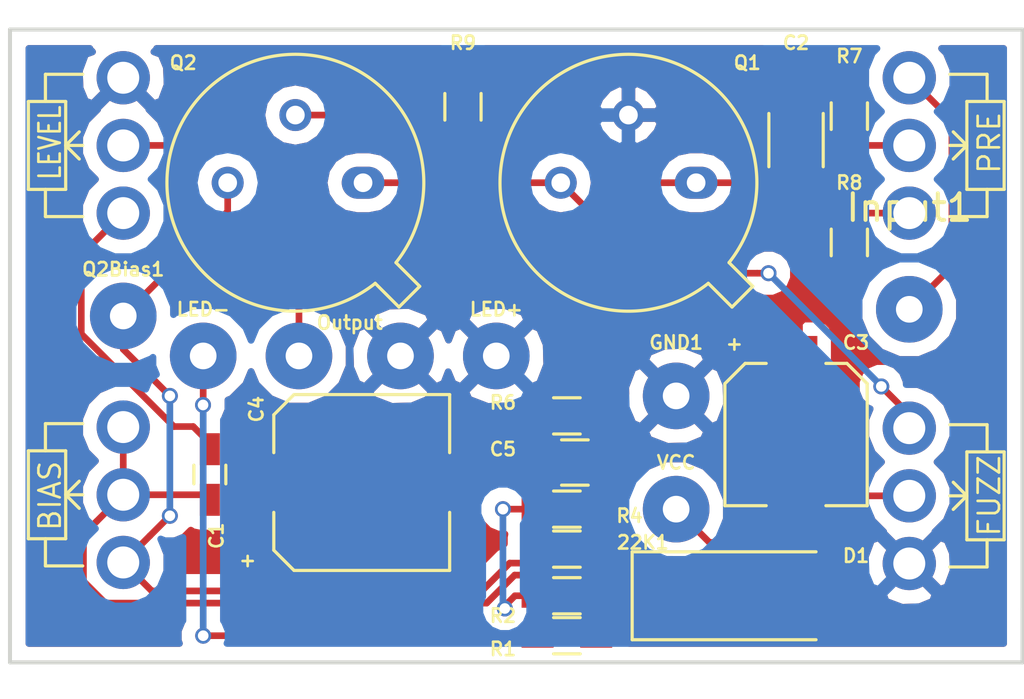
<source format=kicad_pcb>
(kicad_pcb (version 4) (host pcbnew 4.0.6)

  (general
    (links 37)
    (no_connects 0)
    (area 201.674999 81.424999 239.825001 105.325001)
    (thickness 1.6)
    (drawings 5)
    (tracks 101)
    (zones 0)
    (modules 27)
    (nets 18)
  )

  (page A4)
  (layers
    (0 F.Cu signal)
    (31 B.Cu signal)
    (32 B.Adhes user)
    (33 F.Adhes user)
    (34 B.Paste user)
    (35 F.Paste user)
    (36 B.SilkS user)
    (37 F.SilkS user)
    (38 B.Mask user)
    (39 F.Mask user)
    (40 Dwgs.User user)
    (41 Cmts.User user)
    (42 Eco1.User user)
    (43 Eco2.User user)
    (44 Edge.Cuts user)
    (45 Margin user)
    (46 B.CrtYd user)
    (47 F.CrtYd user)
    (48 B.Fab user)
    (49 F.Fab user)
  )

  (setup
    (last_trace_width 0.25)
    (trace_clearance 0.2)
    (zone_clearance 0.508)
    (zone_45_only no)
    (trace_min 0.2)
    (segment_width 0.2)
    (edge_width 0.15)
    (via_size 0.6)
    (via_drill 0.4)
    (via_min_size 0.4)
    (via_min_drill 0.3)
    (uvia_size 0.3)
    (uvia_drill 0.1)
    (uvias_allowed no)
    (uvia_min_size 0.2)
    (uvia_min_drill 0.1)
    (pcb_text_width 0.3)
    (pcb_text_size 1.5 1.5)
    (mod_edge_width 0.15)
    (mod_text_size 1 1)
    (mod_text_width 0.15)
    (pad_size 2.49936 2.49936)
    (pad_drill 1.00076)
    (pad_to_mask_clearance 0.2)
    (aux_axis_origin 0 0)
    (grid_origin 150 114.75)
    (visible_elements 7FFFFFFF)
    (pcbplotparams
      (layerselection 0x00030_80000001)
      (usegerberextensions false)
      (excludeedgelayer true)
      (linewidth 0.100000)
      (plotframeref false)
      (viasonmask false)
      (mode 1)
      (useauxorigin false)
      (hpglpennumber 1)
      (hpglpenspeed 20)
      (hpglpendiameter 15)
      (hpglpenoverlay 2)
      (psnegative false)
      (psa4output false)
      (plotreference true)
      (plotvalue true)
      (plotinvisibletext false)
      (padsonsilk false)
      (subtractmaskfromsilk false)
      (outputformat 1)
      (mirror false)
      (drillshape 1)
      (scaleselection 1)
      (outputdirectory ""))
  )

  (net 0 "")
  (net 1 "Net-(22K1-Pad1)")
  (net 2 "Net-(22K1-Pad2)")
  (net 3 "Net-(D1-Pad1)")
  (net 4 VCC)
  (net 5 GND)
  (net 6 "Net-(LED-1-Pad1)")
  (net 7 "Net-(C4-Pad2)")
  (net 8 "Net-(Q1-Pad3)")
  (net 9 "Net-(C2-Pad1)")
  (net 10 "Net-(100Ka1-Pad2)")
  (net 11 "Net-(100Ka1-Pad3)")
  (net 12 "Net-(FUZZ1-Pad1)")
  (net 13 "Net-(C2-Pad2)")
  (net 14 "Net-(100Ka1-Pad1)")
  (net 15 "Net-(C3-Pad2)")
  (net 16 "Net-(C1-Pad2)")
  (net 17 "Net-(LEVEL1-Pad2)")

  (net_class Default "This is the default net class."
    (clearance 0.2)
    (trace_width 0.25)
    (via_dia 0.6)
    (via_drill 0.4)
    (uvia_dia 0.3)
    (uvia_drill 0.1)
    (add_net GND)
    (add_net "Net-(100Ka1-Pad1)")
    (add_net "Net-(100Ka1-Pad2)")
    (add_net "Net-(100Ka1-Pad3)")
    (add_net "Net-(22K1-Pad1)")
    (add_net "Net-(22K1-Pad2)")
    (add_net "Net-(C1-Pad2)")
    (add_net "Net-(C2-Pad1)")
    (add_net "Net-(C2-Pad2)")
    (add_net "Net-(C3-Pad2)")
    (add_net "Net-(C4-Pad2)")
    (add_net "Net-(D1-Pad1)")
    (add_net "Net-(FUZZ1-Pad1)")
    (add_net "Net-(LED-1-Pad1)")
    (add_net "Net-(LEVEL1-Pad2)")
    (add_net "Net-(Q1-Pad3)")
    (add_net VCC)
  )

  (module Resistors_SMD:R_0603_HandSoldering (layer F.Cu) (tedit 5A914AEA) (tstamp 5A9062A4)
    (at 222.65 101 180)
    (descr "Resistor SMD 0603, hand soldering")
    (tags "resistor 0603")
    (path /5A8816D5)
    (attr smd)
    (fp_text reference 22K1 (at -2.85 0.25 180) (layer F.SilkS)
      (effects (font (size 0.5 0.5) (thickness 0.1)))
    )
    (fp_text value 22k (at 0 1.55 180) (layer F.Fab)
      (effects (font (size 1 1) (thickness 0.15)))
    )
    (fp_text user %R (at 0 0 180) (layer F.Fab)
      (effects (font (size 0.4 0.4) (thickness 0.075)))
    )
    (fp_line (start -0.8 0.4) (end -0.8 -0.4) (layer F.Fab) (width 0.1))
    (fp_line (start 0.8 0.4) (end -0.8 0.4) (layer F.Fab) (width 0.1))
    (fp_line (start 0.8 -0.4) (end 0.8 0.4) (layer F.Fab) (width 0.1))
    (fp_line (start -0.8 -0.4) (end 0.8 -0.4) (layer F.Fab) (width 0.1))
    (fp_line (start 0.5 0.68) (end -0.5 0.68) (layer F.SilkS) (width 0.12))
    (fp_line (start -0.5 -0.68) (end 0.5 -0.68) (layer F.SilkS) (width 0.12))
    (fp_line (start -1.96 -0.7) (end 1.95 -0.7) (layer F.CrtYd) (width 0.05))
    (fp_line (start -1.96 -0.7) (end -1.96 0.7) (layer F.CrtYd) (width 0.05))
    (fp_line (start 1.95 0.7) (end 1.95 -0.7) (layer F.CrtYd) (width 0.05))
    (fp_line (start 1.95 0.7) (end -1.96 0.7) (layer F.CrtYd) (width 0.05))
    (pad 1 smd rect (at -1.1 0 180) (size 1.2 0.9) (layers F.Cu F.Paste F.Mask)
      (net 1 "Net-(22K1-Pad1)"))
    (pad 2 smd rect (at 1.1 0 180) (size 1.2 0.9) (layers F.Cu F.Paste F.Mask)
      (net 2 "Net-(22K1-Pad2)"))
    (model ${KISYS3DMOD}/Resistors_SMD.3dshapes/R_0603.wrl
      (at (xyz 0 0 0))
      (scale (xyz 1 1 1))
      (rotate (xyz 0 0 0))
    )
  )

  (module Potentiometers:Potentiometer_WirePads_Small (layer F.Cu) (tedit 5A91480B) (tstamp 5A9062AB)
    (at 235.5 83.31)
    (descr "Potentiometer, Wire Pads only, small, RevA, 02 Aug 2010,")
    (tags "Potentiometer Wire Pads only small RevA 02 Aug 2010 ")
    (path /5A880720)
    (fp_text reference PRE (at 3 2.44 90) (layer F.SilkS)
      (effects (font (size 0.8 0.8) (thickness 0.1)))
    )
    (fp_text value PRE (at 1.35 7.15) (layer F.Fab)
      (effects (font (size 1 1) (thickness 0.15)))
    )
    (fp_line (start 2.92 4.19) (end 2.92 5.21) (layer F.SilkS) (width 0.12))
    (fp_line (start 2.92 5.21) (end 1.52 5.21) (layer F.SilkS) (width 0.12))
    (fp_line (start 2.92 0.89) (end 2.92 -0.13) (layer F.SilkS) (width 0.12))
    (fp_line (start 2.92 -0.13) (end 1.52 -0.13) (layer F.SilkS) (width 0.12))
    (fp_line (start 2.16 2.54) (end 1.52 2.54) (layer F.SilkS) (width 0.12))
    (fp_line (start 2.16 2.54) (end 1.65 3.05) (layer F.SilkS) (width 0.12))
    (fp_line (start 2.16 2.54) (end 1.65 2.03) (layer F.SilkS) (width 0.12))
    (fp_line (start 2.16 0.89) (end 3.56 0.89) (layer F.SilkS) (width 0.12))
    (fp_line (start 3.56 0.89) (end 3.56 4.19) (layer F.SilkS) (width 0.12))
    (fp_line (start 3.56 4.19) (end 2.16 4.19) (layer F.SilkS) (width 0.12))
    (fp_line (start 2.16 4.19) (end 2.16 0.89) (layer F.SilkS) (width 0.12))
    (fp_line (start -1.25 -1.25) (end 3.81 -1.25) (layer F.CrtYd) (width 0.05))
    (fp_line (start -1.25 -1.25) (end -1.25 6.33) (layer F.CrtYd) (width 0.05))
    (fp_line (start 3.81 6.33) (end 3.81 -1.25) (layer F.CrtYd) (width 0.05))
    (fp_line (start 3.81 6.33) (end -1.25 6.33) (layer F.CrtYd) (width 0.05))
    (pad 2 thru_hole circle (at 0 2.54) (size 2 2) (drill 1.2) (layers *.Cu *.Mask)
      (net 10 "Net-(100Ka1-Pad2)"))
    (pad 3 thru_hole circle (at 0 5.08) (size 2 2) (drill 1.2) (layers *.Cu *.Mask)
      (net 11 "Net-(100Ka1-Pad3)"))
    (pad 1 thru_hole circle (at 0 0) (size 2 2) (drill 1.2) (layers *.Cu *.Mask)
      (net 14 "Net-(100Ka1-Pad1)"))
  )

  (module Potentiometers:Potentiometer_WirePads_Small (layer F.Cu) (tedit 5A91478C) (tstamp 5A9062B2)
    (at 206 101.5 180)
    (descr "Potentiometer, Wire Pads only, small, RevA, 02 Aug 2010,")
    (tags "Potentiometer Wire Pads only small RevA 02 Aug 2010 ")
    (path /5A881672)
    (fp_text reference BIAS (at 2.75 2.5 270) (layer F.SilkS)
      (effects (font (size 0.8 0.8) (thickness 0.1)))
    )
    (fp_text value c100K (at 1.35 7.15 180) (layer F.Fab)
      (effects (font (size 1 1) (thickness 0.15)))
    )
    (fp_line (start 2.92 4.19) (end 2.92 5.21) (layer F.SilkS) (width 0.12))
    (fp_line (start 2.92 5.21) (end 1.52 5.21) (layer F.SilkS) (width 0.12))
    (fp_line (start 2.92 0.89) (end 2.92 -0.13) (layer F.SilkS) (width 0.12))
    (fp_line (start 2.92 -0.13) (end 1.52 -0.13) (layer F.SilkS) (width 0.12))
    (fp_line (start 2.16 2.54) (end 1.52 2.54) (layer F.SilkS) (width 0.12))
    (fp_line (start 2.16 2.54) (end 1.65 3.05) (layer F.SilkS) (width 0.12))
    (fp_line (start 2.16 2.54) (end 1.65 2.03) (layer F.SilkS) (width 0.12))
    (fp_line (start 2.16 0.89) (end 3.56 0.89) (layer F.SilkS) (width 0.12))
    (fp_line (start 3.56 0.89) (end 3.56 4.19) (layer F.SilkS) (width 0.12))
    (fp_line (start 3.56 4.19) (end 2.16 4.19) (layer F.SilkS) (width 0.12))
    (fp_line (start 2.16 4.19) (end 2.16 0.89) (layer F.SilkS) (width 0.12))
    (fp_line (start -1.25 -1.25) (end 3.81 -1.25) (layer F.CrtYd) (width 0.05))
    (fp_line (start -1.25 -1.25) (end -1.25 6.33) (layer F.CrtYd) (width 0.05))
    (fp_line (start 3.81 6.33) (end 3.81 -1.25) (layer F.CrtYd) (width 0.05))
    (fp_line (start 3.81 6.33) (end -1.25 6.33) (layer F.CrtYd) (width 0.05))
    (pad 2 thru_hole circle (at 0 2.54 180) (size 2 2) (drill 1.2) (layers *.Cu *.Mask)
      (net 1 "Net-(22K1-Pad1)"))
    (pad 3 thru_hole circle (at 0 5.08 180) (size 2 2) (drill 1.2) (layers *.Cu *.Mask)
      (net 1 "Net-(22K1-Pad1)"))
    (pad 1 thru_hole circle (at 0 0 180) (size 2 2) (drill 1.2) (layers *.Cu *.Mask)
      (net 2 "Net-(22K1-Pad2)"))
  )

  (module Capacitors_SMD:C_0603_HandSoldering (layer F.Cu) (tedit 5A914A93) (tstamp 5A9062B8)
    (at 209.25 98.2 90)
    (descr "Capacitor SMD 0603, hand soldering")
    (tags "capacitor 0603")
    (path /5A881AD2)
    (attr smd)
    (fp_text reference C1 (at -2.3 0.25 90) (layer F.SilkS)
      (effects (font (size 0.5 0.5) (thickness 0.1)))
    )
    (fp_text value 0.01 (at 0 1.5 90) (layer F.Fab)
      (effects (font (size 1 1) (thickness 0.15)))
    )
    (fp_text user %R (at 0 -1.25 90) (layer F.Fab)
      (effects (font (size 1 1) (thickness 0.15)))
    )
    (fp_line (start -0.8 0.4) (end -0.8 -0.4) (layer F.Fab) (width 0.1))
    (fp_line (start 0.8 0.4) (end -0.8 0.4) (layer F.Fab) (width 0.1))
    (fp_line (start 0.8 -0.4) (end 0.8 0.4) (layer F.Fab) (width 0.1))
    (fp_line (start -0.8 -0.4) (end 0.8 -0.4) (layer F.Fab) (width 0.1))
    (fp_line (start -0.35 -0.6) (end 0.35 -0.6) (layer F.SilkS) (width 0.12))
    (fp_line (start 0.35 0.6) (end -0.35 0.6) (layer F.SilkS) (width 0.12))
    (fp_line (start -1.8 -0.65) (end 1.8 -0.65) (layer F.CrtYd) (width 0.05))
    (fp_line (start -1.8 -0.65) (end -1.8 0.65) (layer F.CrtYd) (width 0.05))
    (fp_line (start 1.8 0.65) (end 1.8 -0.65) (layer F.CrtYd) (width 0.05))
    (fp_line (start 1.8 0.65) (end -1.8 0.65) (layer F.CrtYd) (width 0.05))
    (pad 1 smd rect (at -0.95 0 90) (size 1.2 0.75) (layers F.Cu F.Paste F.Mask)
      (net 1 "Net-(22K1-Pad1)"))
    (pad 2 smd rect (at 0.95 0 90) (size 1.2 0.75) (layers F.Cu F.Paste F.Mask)
      (net 16 "Net-(C1-Pad2)"))
    (model Capacitors_SMD.3dshapes/C_0603.wrl
      (at (xyz 0 0 0))
      (scale (xyz 1 1 1))
      (rotate (xyz 0 0 0))
    )
  )

  (module Capacitors_SMD:CP_Elec_5x5.8 (layer F.Cu) (tedit 5A914901) (tstamp 5A9062C4)
    (at 231.25 96.7 270)
    (descr "SMT capacitor, aluminium electrolytic, 5x5.8")
    (path /5A880DF8)
    (attr smd)
    (fp_text reference C3 (at -3.45 -2.25 360) (layer F.SilkS)
      (effects (font (size 0.5 0.5) (thickness 0.1)))
    )
    (fp_text value 22u (at 0 -3.92 270) (layer F.Fab)
      (effects (font (size 1 1) (thickness 0.15)))
    )
    (fp_circle (center 0 0) (end 0.1 2.4) (layer F.Fab) (width 0.1))
    (fp_text user + (at -1.38 -0.06 270) (layer F.Fab)
      (effects (font (size 1 1) (thickness 0.15)))
    )
    (fp_text user + (at -3.38 2.35 270) (layer F.SilkS)
      (effects (font (size 0.5 0.5) (thickness 0.1)))
    )
    (fp_text user %R (at 0 3.92 270) (layer F.Fab)
      (effects (font (size 1 1) (thickness 0.15)))
    )
    (fp_line (start 2.51 2.51) (end 2.51 -2.51) (layer F.Fab) (width 0.1))
    (fp_line (start -1.84 2.51) (end 2.51 2.51) (layer F.Fab) (width 0.1))
    (fp_line (start -2.51 1.84) (end -1.84 2.51) (layer F.Fab) (width 0.1))
    (fp_line (start -2.51 -1.84) (end -2.51 1.84) (layer F.Fab) (width 0.1))
    (fp_line (start -1.84 -2.51) (end -2.51 -1.84) (layer F.Fab) (width 0.1))
    (fp_line (start 2.51 -2.51) (end -1.84 -2.51) (layer F.Fab) (width 0.1))
    (fp_line (start 2.67 2.67) (end 2.67 1.12) (layer F.SilkS) (width 0.12))
    (fp_line (start 2.67 -2.67) (end 2.67 -1.12) (layer F.SilkS) (width 0.12))
    (fp_line (start -2.67 1.91) (end -2.67 1.12) (layer F.SilkS) (width 0.12))
    (fp_line (start -2.67 -1.91) (end -2.67 -1.12) (layer F.SilkS) (width 0.12))
    (fp_line (start 2.67 -2.67) (end -1.91 -2.67) (layer F.SilkS) (width 0.12))
    (fp_line (start -1.91 -2.67) (end -2.67 -1.91) (layer F.SilkS) (width 0.12))
    (fp_line (start -2.67 1.91) (end -1.91 2.67) (layer F.SilkS) (width 0.12))
    (fp_line (start -1.91 2.67) (end 2.67 2.67) (layer F.SilkS) (width 0.12))
    (fp_line (start -3.95 -2.77) (end 3.95 -2.77) (layer F.CrtYd) (width 0.05))
    (fp_line (start -3.95 -2.77) (end -3.95 2.76) (layer F.CrtYd) (width 0.05))
    (fp_line (start 3.95 2.76) (end 3.95 -2.77) (layer F.CrtYd) (width 0.05))
    (fp_line (start 3.95 2.76) (end -3.95 2.76) (layer F.CrtYd) (width 0.05))
    (pad 1 smd rect (at -2.2 0 90) (size 3 1.6) (layers F.Cu F.Paste F.Mask)
      (net 5 GND))
    (pad 2 smd rect (at 2.2 0 90) (size 3 1.6) (layers F.Cu F.Paste F.Mask)
      (net 15 "Net-(C3-Pad2)"))
    (model Capacitors_SMD.3dshapes/CP_Elec_5x5.8.wrl
      (at (xyz 0 0 0))
      (scale (xyz 1 1 1))
      (rotate (xyz 0 0 180))
    )
  )

  (module Capacitors_SMD:CP_Elec_6.3x7.7 (layer F.Cu) (tedit 5A9149C6) (tstamp 5A9062CA)
    (at 214.95 98.5)
    (descr "SMT capacitor, aluminium electrolytic, 6.3x7.7")
    (path /5A882298)
    (attr smd)
    (fp_text reference C4 (at -3.95 -2.75 90) (layer F.SilkS)
      (effects (font (size 0.5 0.5) (thickness 0.1)))
    )
    (fp_text value 100u (at 0 -4.43) (layer F.Fab)
      (effects (font (size 1 1) (thickness 0.15)))
    )
    (fp_circle (center 0 0) (end 0.5 3) (layer F.Fab) (width 0.1))
    (fp_text user + (at -1.73 -0.08) (layer F.Fab)
      (effects (font (size 1 1) (thickness 0.15)))
    )
    (fp_text user + (at -4.28 2.91) (layer F.SilkS)
      (effects (font (size 0.5 0.5) (thickness 0.1)))
    )
    (fp_text user %R (at 0 4.43) (layer F.Fab)
      (effects (font (size 1 1) (thickness 0.15)))
    )
    (fp_line (start 3.15 3.15) (end 3.15 -3.15) (layer F.Fab) (width 0.1))
    (fp_line (start -2.48 3.15) (end 3.15 3.15) (layer F.Fab) (width 0.1))
    (fp_line (start -3.15 2.48) (end -2.48 3.15) (layer F.Fab) (width 0.1))
    (fp_line (start -3.15 -2.48) (end -3.15 2.48) (layer F.Fab) (width 0.1))
    (fp_line (start -2.48 -3.15) (end -3.15 -2.48) (layer F.Fab) (width 0.1))
    (fp_line (start 3.15 -3.15) (end -2.48 -3.15) (layer F.Fab) (width 0.1))
    (fp_line (start -3.3 2.54) (end -3.3 1.12) (layer F.SilkS) (width 0.12))
    (fp_line (start 3.3 3.3) (end 3.3 1.12) (layer F.SilkS) (width 0.12))
    (fp_line (start 3.3 -3.3) (end 3.3 -1.12) (layer F.SilkS) (width 0.12))
    (fp_line (start -3.3 -2.54) (end -3.3 -1.12) (layer F.SilkS) (width 0.12))
    (fp_line (start 3.3 3.3) (end -2.54 3.3) (layer F.SilkS) (width 0.12))
    (fp_line (start -2.54 3.3) (end -3.3 2.54) (layer F.SilkS) (width 0.12))
    (fp_line (start -3.3 -2.54) (end -2.54 -3.3) (layer F.SilkS) (width 0.12))
    (fp_line (start -2.54 -3.3) (end 3.3 -3.3) (layer F.SilkS) (width 0.12))
    (fp_line (start -4.7 -3.4) (end 4.7 -3.4) (layer F.CrtYd) (width 0.05))
    (fp_line (start -4.7 -3.4) (end -4.7 3.4) (layer F.CrtYd) (width 0.05))
    (fp_line (start 4.7 3.4) (end 4.7 -3.4) (layer F.CrtYd) (width 0.05))
    (fp_line (start 4.7 3.4) (end -4.7 3.4) (layer F.CrtYd) (width 0.05))
    (pad 1 smd rect (at -2.7 0 180) (size 3.5 1.6) (layers F.Cu F.Paste F.Mask)
      (net 5 GND))
    (pad 2 smd rect (at 2.7 0 180) (size 3.5 1.6) (layers F.Cu F.Paste F.Mask)
      (net 7 "Net-(C4-Pad2)"))
    (model Capacitors_SMD.3dshapes/CP_Elec_6.3x7.7.wrl
      (at (xyz 0 0 0))
      (scale (xyz 1 1 1))
      (rotate (xyz 0 0 180))
    )
  )

  (module Diodes_SMD:D_SMA_Handsoldering (layer F.Cu) (tedit 5A91487F) (tstamp 5A9062D6)
    (at 229.5 102.75)
    (descr "Diode SMA (DO-214AC) Handsoldering")
    (tags "Diode SMA (DO-214AC) Handsoldering")
    (path /5A88263C)
    (attr smd)
    (fp_text reference D1 (at 4 -1.5 180) (layer F.SilkS)
      (effects (font (size 0.5 0.5) (thickness 0.1)))
    )
    (fp_text value 1N5817 (at 0 2.6) (layer F.Fab)
      (effects (font (size 1 1) (thickness 0.15)))
    )
    (fp_text user %R (at 0 -2.5) (layer F.Fab)
      (effects (font (size 1 1) (thickness 0.15)))
    )
    (fp_line (start -4.4 -1.65) (end -4.4 1.65) (layer F.SilkS) (width 0.12))
    (fp_line (start 2.3 1.5) (end -2.3 1.5) (layer F.Fab) (width 0.1))
    (fp_line (start -2.3 1.5) (end -2.3 -1.5) (layer F.Fab) (width 0.1))
    (fp_line (start 2.3 -1.5) (end 2.3 1.5) (layer F.Fab) (width 0.1))
    (fp_line (start 2.3 -1.5) (end -2.3 -1.5) (layer F.Fab) (width 0.1))
    (fp_line (start -4.5 -1.75) (end 4.5 -1.75) (layer F.CrtYd) (width 0.05))
    (fp_line (start 4.5 -1.75) (end 4.5 1.75) (layer F.CrtYd) (width 0.05))
    (fp_line (start 4.5 1.75) (end -4.5 1.75) (layer F.CrtYd) (width 0.05))
    (fp_line (start -4.5 1.75) (end -4.5 -1.75) (layer F.CrtYd) (width 0.05))
    (fp_line (start -0.64944 0.00102) (end -1.55114 0.00102) (layer F.Fab) (width 0.1))
    (fp_line (start 0.50118 0.00102) (end 1.4994 0.00102) (layer F.Fab) (width 0.1))
    (fp_line (start -0.64944 -0.79908) (end -0.64944 0.80112) (layer F.Fab) (width 0.1))
    (fp_line (start 0.50118 0.75032) (end 0.50118 -0.79908) (layer F.Fab) (width 0.1))
    (fp_line (start -0.64944 0.00102) (end 0.50118 0.75032) (layer F.Fab) (width 0.1))
    (fp_line (start -0.64944 0.00102) (end 0.50118 -0.79908) (layer F.Fab) (width 0.1))
    (fp_line (start -4.4 1.65) (end 2.5 1.65) (layer F.SilkS) (width 0.12))
    (fp_line (start -4.4 -1.65) (end 2.5 -1.65) (layer F.SilkS) (width 0.12))
    (pad 1 smd rect (at -2.5 0) (size 3.5 1.8) (layers F.Cu F.Paste F.Mask)
      (net 3 "Net-(D1-Pad1)"))
    (pad 2 smd rect (at 2.5 0) (size 3.5 1.8) (layers F.Cu F.Paste F.Mask)
      (net 4 VCC))
    (model ${KISYS3DMOD}/Diodes_SMD.3dshapes/D_SMA.wrl
      (at (xyz 0 0 0))
      (scale (xyz 1 1 1))
      (rotate (xyz 0 0 0))
    )
  )

  (module Potentiometers:Potentiometer_WirePads_Small (layer F.Cu) (tedit 5A9147D0) (tstamp 5A9062DD)
    (at 235.5 96.46)
    (descr "Potentiometer, Wire Pads only, small, RevA, 02 Aug 2010,")
    (tags "Potentiometer Wire Pads only small RevA 02 Aug 2010 ")
    (path /5A880D07)
    (fp_text reference FUZZ (at 3 2.54 90) (layer F.SilkS)
      (effects (font (size 0.8 0.8) (thickness 0.1)))
    )
    (fp_text value C1k (at 1.35 7.15) (layer F.Fab)
      (effects (font (size 1 1) (thickness 0.15)))
    )
    (fp_line (start 2.92 4.19) (end 2.92 5.21) (layer F.SilkS) (width 0.12))
    (fp_line (start 2.92 5.21) (end 1.52 5.21) (layer F.SilkS) (width 0.12))
    (fp_line (start 2.92 0.89) (end 2.92 -0.13) (layer F.SilkS) (width 0.12))
    (fp_line (start 2.92 -0.13) (end 1.52 -0.13) (layer F.SilkS) (width 0.12))
    (fp_line (start 2.16 2.54) (end 1.52 2.54) (layer F.SilkS) (width 0.12))
    (fp_line (start 2.16 2.54) (end 1.65 3.05) (layer F.SilkS) (width 0.12))
    (fp_line (start 2.16 2.54) (end 1.65 2.03) (layer F.SilkS) (width 0.12))
    (fp_line (start 2.16 0.89) (end 3.56 0.89) (layer F.SilkS) (width 0.12))
    (fp_line (start 3.56 0.89) (end 3.56 4.19) (layer F.SilkS) (width 0.12))
    (fp_line (start 3.56 4.19) (end 2.16 4.19) (layer F.SilkS) (width 0.12))
    (fp_line (start 2.16 4.19) (end 2.16 0.89) (layer F.SilkS) (width 0.12))
    (fp_line (start -1.25 -1.25) (end 3.81 -1.25) (layer F.CrtYd) (width 0.05))
    (fp_line (start -1.25 -1.25) (end -1.25 6.33) (layer F.CrtYd) (width 0.05))
    (fp_line (start 3.81 6.33) (end 3.81 -1.25) (layer F.CrtYd) (width 0.05))
    (fp_line (start 3.81 6.33) (end -1.25 6.33) (layer F.CrtYd) (width 0.05))
    (pad 2 thru_hole circle (at 0 2.54) (size 2 2) (drill 1.2) (layers *.Cu *.Mask)
      (net 15 "Net-(C3-Pad2)"))
    (pad 3 thru_hole circle (at 0 5.08) (size 2 2) (drill 1.2) (layers *.Cu *.Mask)
      (net 5 GND))
    (pad 1 thru_hole circle (at 0 0) (size 2 2) (drill 1.2) (layers *.Cu *.Mask)
      (net 12 "Net-(FUZZ1-Pad1)"))
  )

  (module Wire_Pads:SolderWirePad_single_1mmDrill (layer F.Cu) (tedit 5A914919) (tstamp 5A9062E2)
    (at 226.75 95.25)
    (path /5A89569B)
    (fp_text reference GND1 (at 0 -2) (layer F.SilkS)
      (effects (font (size 0.5 0.5) (thickness 0.1)))
    )
    (fp_text value GND (at -1.905 3.175) (layer F.Fab)
      (effects (font (size 1 1) (thickness 0.15)))
    )
    (pad 1 thru_hole circle (at 0 0) (size 2.49936 2.49936) (drill 1.00076) (layers *.Cu *.Mask)
      (net 5 GND))
  )

  (module Wire_Pads:SolderWirePad_single_1mmDrill (layer F.Cu) (tedit 0) (tstamp 5A9062E7)
    (at 235.5 92)
    (path /5A908B76)
    (fp_text reference Input1 (at 0 -3.81) (layer F.SilkS)
      (effects (font (size 1 1) (thickness 0.15)))
    )
    (fp_text value I (at -1.905 3.175) (layer F.Fab)
      (effects (font (size 1 1) (thickness 0.15)))
    )
    (pad 1 thru_hole circle (at 0 0) (size 2.49936 2.49936) (drill 1.00076) (layers *.Cu *.Mask)
      (net 14 "Net-(100Ka1-Pad1)"))
  )

  (module Wire_Pads:SolderWirePad_single_1mmDrill (layer F.Cu) (tedit 5A914A2F) (tstamp 5A9062EC)
    (at 220 93.75)
    (path /5A89561E)
    (fp_text reference LED+ (at 0 -1.75) (layer F.SilkS)
      (effects (font (size 0.5 0.5) (thickness 0.1)))
    )
    (fp_text value LED+ (at -1.905 3.175) (layer F.Fab)
      (effects (font (size 1 1) (thickness 0.15)))
    )
    (pad 1 thru_hole circle (at 0 0) (size 2.49936 2.49936) (drill 1.00076) (layers *.Cu *.Mask)
      (net 5 GND))
  )

  (module Wire_Pads:SolderWirePad_single_1mmDrill (layer F.Cu) (tedit 5A914A4A) (tstamp 5A9062F1)
    (at 209 93.75)
    (path /5A894578)
    (fp_text reference LED- (at 0 -1.75) (layer F.SilkS)
      (effects (font (size 0.5 0.5) (thickness 0.1)))
    )
    (fp_text value LED- (at -1.905 3.175) (layer F.Fab)
      (effects (font (size 1 1) (thickness 0.15)))
    )
    (pad 1 thru_hole circle (at 0 0) (size 2.49936 2.49936) (drill 1.00076) (layers *.Cu *.Mask)
      (net 6 "Net-(LED-1-Pad1)"))
  )

  (module Potentiometers:Potentiometer_WirePads_Small (layer F.Cu) (tedit 5A91479D) (tstamp 5A9062F8)
    (at 206 88.39 180)
    (descr "Potentiometer, Wire Pads only, small, RevA, 02 Aug 2010,")
    (tags "Potentiometer Wire Pads only small RevA 02 Aug 2010 ")
    (path /5A881B8F)
    (fp_text reference LEVEL (at 2.75 2.64 270) (layer F.SilkS)
      (effects (font (size 0.8 0.65) (thickness 0.1)))
    )
    (fp_text value 500ka (at 1.35 7.15 180) (layer F.Fab)
      (effects (font (size 1 1) (thickness 0.15)))
    )
    (fp_line (start 2.92 4.19) (end 2.92 5.21) (layer F.SilkS) (width 0.12))
    (fp_line (start 2.92 5.21) (end 1.52 5.21) (layer F.SilkS) (width 0.12))
    (fp_line (start 2.92 0.89) (end 2.92 -0.13) (layer F.SilkS) (width 0.12))
    (fp_line (start 2.92 -0.13) (end 1.52 -0.13) (layer F.SilkS) (width 0.12))
    (fp_line (start 2.16 2.54) (end 1.52 2.54) (layer F.SilkS) (width 0.12))
    (fp_line (start 2.16 2.54) (end 1.65 3.05) (layer F.SilkS) (width 0.12))
    (fp_line (start 2.16 2.54) (end 1.65 2.03) (layer F.SilkS) (width 0.12))
    (fp_line (start 2.16 0.89) (end 3.56 0.89) (layer F.SilkS) (width 0.12))
    (fp_line (start 3.56 0.89) (end 3.56 4.19) (layer F.SilkS) (width 0.12))
    (fp_line (start 3.56 4.19) (end 2.16 4.19) (layer F.SilkS) (width 0.12))
    (fp_line (start 2.16 4.19) (end 2.16 0.89) (layer F.SilkS) (width 0.12))
    (fp_line (start -1.25 -1.25) (end 3.81 -1.25) (layer F.CrtYd) (width 0.05))
    (fp_line (start -1.25 -1.25) (end -1.25 6.33) (layer F.CrtYd) (width 0.05))
    (fp_line (start 3.81 6.33) (end 3.81 -1.25) (layer F.CrtYd) (width 0.05))
    (fp_line (start 3.81 6.33) (end -1.25 6.33) (layer F.CrtYd) (width 0.05))
    (pad 2 thru_hole circle (at 0 2.54 180) (size 2 2) (drill 1.2) (layers *.Cu *.Mask)
      (net 17 "Net-(LEVEL1-Pad2)"))
    (pad 3 thru_hole circle (at 0 5.08 180) (size 2 2) (drill 1.2) (layers *.Cu *.Mask)
      (net 5 GND))
    (pad 1 thru_hole circle (at 0 0 180) (size 2 2) (drill 1.2) (layers *.Cu *.Mask)
      (net 16 "Net-(C1-Pad2)"))
  )

  (module Wire_Pads:SolderWirePad_2x_1mmDrill (layer F.Cu) (tedit 5A914A1B) (tstamp 5A9062FE)
    (at 214.5 93.75 180)
    (path /5A909ACF)
    (fp_text reference Output (at 0 1.25 180) (layer F.SilkS)
      (effects (font (size 0.5 0.5) (thickness 0.1)))
    )
    (fp_text value O (at 0.635 3.81 180) (layer F.Fab)
      (effects (font (size 1 1) (thickness 0.15)))
    )
    (pad 2 thru_hole circle (at -1.905 0 180) (size 2.49936 2.49936) (drill 1.00076) (layers *.Cu *.Mask)
      (net 5 GND))
    (pad 1 thru_hole circle (at 1.905 0 180) (size 2.49936 2.49936) (drill 1.00076) (layers *.Cu *.Mask)
      (net 17 "Net-(LEVEL1-Pad2)"))
  )

  (module TO_SOT_Packages_THT:TO-5-3 (layer F.Cu) (tedit 5A91495A) (tstamp 5A906305)
    (at 227.5 87.25 180)
    (descr TO-5-3)
    (tags TO-5-3)
    (path /5A880B3E)
    (fp_text reference Q1 (at -1.92 4.5 180) (layer F.SilkS)
      (effects (font (size 0.5 0.5) (thickness 0.1)))
    )
    (fp_text value EFT83C (at 2.54 5.82 180) (layer F.Fab)
      (effects (font (size 1 1) (thickness 0.15)))
    )
    (fp_text user %R (at 2.54 -5.82 180) (layer F.Fab)
      (effects (font (size 1 1) (thickness 0.15)))
    )
    (fp_line (start -0.465408 -3.61352) (end -1.27151 -4.419621) (layer F.Fab) (width 0.1))
    (fp_line (start -1.27151 -4.419621) (end -1.879621 -3.81151) (layer F.Fab) (width 0.1))
    (fp_line (start -1.879621 -3.81151) (end -1.07352 -3.005408) (layer F.Fab) (width 0.1))
    (fp_line (start -0.457084 -3.774902) (end -1.348039 -4.665856) (layer F.SilkS) (width 0.12))
    (fp_line (start -1.348039 -4.665856) (end -2.125856 -3.888039) (layer F.SilkS) (width 0.12))
    (fp_line (start -2.125856 -3.888039) (end -1.234902 -2.997084) (layer F.SilkS) (width 0.12))
    (fp_line (start -2.41 -4.95) (end -2.41 4.95) (layer F.CrtYd) (width 0.05))
    (fp_line (start -2.41 4.95) (end 7.49 4.95) (layer F.CrtYd) (width 0.05))
    (fp_line (start 7.49 4.95) (end 7.49 -4.95) (layer F.CrtYd) (width 0.05))
    (fp_line (start 7.49 -4.95) (end -2.41 -4.95) (layer F.CrtYd) (width 0.05))
    (fp_circle (center 2.54 0) (end 6.79 0) (layer F.Fab) (width 0.1))
    (fp_arc (start 2.54 0) (end -0.465408 -3.61352) (angle 349.5) (layer F.Fab) (width 0.1))
    (fp_arc (start 2.54 0) (end -0.457084 -3.774902) (angle 346.9) (layer F.SilkS) (width 0.12))
    (pad 1 thru_hole oval (at 0 0 180) (size 1.6 1.2) (drill 0.7) (layers *.Cu *.Mask)
      (net 13 "Net-(C2-Pad2)"))
    (pad 2 thru_hole oval (at 2.54 2.54 180) (size 1.2 1.2) (drill 0.7) (layers *.Cu *.Mask)
      (net 5 GND))
    (pad 3 thru_hole oval (at 5.08 0 180) (size 1.2 1.2) (drill 0.7) (layers *.Cu *.Mask)
      (net 8 "Net-(Q1-Pad3)"))
    (model ${KISYS3DMOD}/TO_SOT_Packages_THT.3dshapes/TO-5-3.wrl
      (at (xyz 0 0 0))
      (scale (xyz 0.393701 0.393701 0.393701))
      (rotate (xyz 0 0 0))
    )
  )

  (module TO_SOT_Packages_THT:TO-5-3 (layer F.Cu) (tedit 5A914A77) (tstamp 5A90630C)
    (at 215 87.25 180)
    (descr TO-5-3)
    (tags TO-5-3)
    (path /5A880EDD)
    (fp_text reference Q2 (at 6.75 4.5 180) (layer F.SilkS)
      (effects (font (size 0.5 0.5) (thickness 0.1)))
    )
    (fp_text value AC122 (at 2.54 5.82 180) (layer F.Fab)
      (effects (font (size 1 1) (thickness 0.15)))
    )
    (fp_text user %R (at 2.54 -5.82 180) (layer F.Fab)
      (effects (font (size 1 1) (thickness 0.15)))
    )
    (fp_line (start -0.465408 -3.61352) (end -1.27151 -4.419621) (layer F.Fab) (width 0.1))
    (fp_line (start -1.27151 -4.419621) (end -1.879621 -3.81151) (layer F.Fab) (width 0.1))
    (fp_line (start -1.879621 -3.81151) (end -1.07352 -3.005408) (layer F.Fab) (width 0.1))
    (fp_line (start -0.457084 -3.774902) (end -1.348039 -4.665856) (layer F.SilkS) (width 0.12))
    (fp_line (start -1.348039 -4.665856) (end -2.125856 -3.888039) (layer F.SilkS) (width 0.12))
    (fp_line (start -2.125856 -3.888039) (end -1.234902 -2.997084) (layer F.SilkS) (width 0.12))
    (fp_line (start -2.41 -4.95) (end -2.41 4.95) (layer F.CrtYd) (width 0.05))
    (fp_line (start -2.41 4.95) (end 7.49 4.95) (layer F.CrtYd) (width 0.05))
    (fp_line (start 7.49 4.95) (end 7.49 -4.95) (layer F.CrtYd) (width 0.05))
    (fp_line (start 7.49 -4.95) (end -2.41 -4.95) (layer F.CrtYd) (width 0.05))
    (fp_circle (center 2.54 0) (end 6.79 0) (layer F.Fab) (width 0.1))
    (fp_arc (start 2.54 0) (end -0.465408 -3.61352) (angle 349.5) (layer F.Fab) (width 0.1))
    (fp_arc (start 2.54 0) (end -0.457084 -3.774902) (angle 346.9) (layer F.SilkS) (width 0.12))
    (pad 1 thru_hole oval (at 0 0 180) (size 1.6 1.2) (drill 0.7) (layers *.Cu *.Mask)
      (net 8 "Net-(Q1-Pad3)"))
    (pad 2 thru_hole oval (at 2.54 2.54 180) (size 1.2 1.2) (drill 0.7) (layers *.Cu *.Mask)
      (net 12 "Net-(FUZZ1-Pad1)"))
    (pad 3 thru_hole oval (at 5.08 0 180) (size 1.2 1.2) (drill 0.7) (layers *.Cu *.Mask)
      (net 2 "Net-(22K1-Pad2)"))
    (model ${KISYS3DMOD}/TO_SOT_Packages_THT.3dshapes/TO-5-3.wrl
      (at (xyz 0 0 0))
      (scale (xyz 0.393701 0.393701 0.393701))
      (rotate (xyz 0 0 0))
    )
  )

  (module Wire_Pads:SolderWirePad_single_1mmDrill (layer F.Cu) (tedit 5A914A5B) (tstamp 5A906311)
    (at 206 92.25)
    (path /5A901C60)
    (fp_text reference Q2Bias1 (at 0 -1.75) (layer F.SilkS)
      (effects (font (size 0.5 0.5) (thickness 0.1)))
    )
    (fp_text value Q2Bias (at -1.905 3.175) (layer F.Fab)
      (effects (font (size 1 1) (thickness 0.15)))
    )
    (pad 1 thru_hole circle (at 0 0) (size 2.49936 2.49936) (drill 1.00076) (layers *.Cu *.Mask)
      (net 2 "Net-(22K1-Pad2)"))
  )

  (module Resistors_SMD:R_0603_HandSoldering (layer F.Cu) (tedit 5A914B18) (tstamp 5A906317)
    (at 222.65 104.25)
    (descr "Resistor SMD 0603, hand soldering")
    (tags "resistor 0603")
    (path /5A882683)
    (attr smd)
    (fp_text reference R1 (at -2.4 0.5) (layer F.SilkS)
      (effects (font (size 0.5 0.5) (thickness 0.1)))
    )
    (fp_text value 4.7 (at 0 1.55) (layer F.Fab)
      (effects (font (size 1 1) (thickness 0.15)))
    )
    (fp_text user %R (at 0 0) (layer F.Fab)
      (effects (font (size 0.4 0.4) (thickness 0.075)))
    )
    (fp_line (start -0.8 0.4) (end -0.8 -0.4) (layer F.Fab) (width 0.1))
    (fp_line (start 0.8 0.4) (end -0.8 0.4) (layer F.Fab) (width 0.1))
    (fp_line (start 0.8 -0.4) (end 0.8 0.4) (layer F.Fab) (width 0.1))
    (fp_line (start -0.8 -0.4) (end 0.8 -0.4) (layer F.Fab) (width 0.1))
    (fp_line (start 0.5 0.68) (end -0.5 0.68) (layer F.SilkS) (width 0.12))
    (fp_line (start -0.5 -0.68) (end 0.5 -0.68) (layer F.SilkS) (width 0.12))
    (fp_line (start -1.96 -0.7) (end 1.95 -0.7) (layer F.CrtYd) (width 0.05))
    (fp_line (start -1.96 -0.7) (end -1.96 0.7) (layer F.CrtYd) (width 0.05))
    (fp_line (start 1.95 0.7) (end 1.95 -0.7) (layer F.CrtYd) (width 0.05))
    (fp_line (start 1.95 0.7) (end -1.96 0.7) (layer F.CrtYd) (width 0.05))
    (pad 1 smd rect (at -1.1 0) (size 1.2 0.9) (layers F.Cu F.Paste F.Mask)
      (net 6 "Net-(LED-1-Pad1)"))
    (pad 2 smd rect (at 1.1 0) (size 1.2 0.9) (layers F.Cu F.Paste F.Mask)
      (net 3 "Net-(D1-Pad1)"))
    (model ${KISYS3DMOD}/Resistors_SMD.3dshapes/R_0603.wrl
      (at (xyz 0 0 0))
      (scale (xyz 1 1 1))
      (rotate (xyz 0 0 0))
    )
  )

  (module Resistors_SMD:R_0603_HandSoldering (layer F.Cu) (tedit 5A914B03) (tstamp 5A90631D)
    (at 222.65 102.75)
    (descr "Resistor SMD 0603, hand soldering")
    (tags "resistor 0603")
    (path /5A882500)
    (attr smd)
    (fp_text reference R2 (at -2.4 0.75) (layer F.SilkS)
      (effects (font (size 0.5 0.5) (thickness 0.1)))
    )
    (fp_text value 100 (at 0 1.55) (layer F.Fab)
      (effects (font (size 1 1) (thickness 0.15)))
    )
    (fp_text user %R (at 0 0) (layer F.Fab)
      (effects (font (size 0.4 0.4) (thickness 0.075)))
    )
    (fp_line (start -0.8 0.4) (end -0.8 -0.4) (layer F.Fab) (width 0.1))
    (fp_line (start 0.8 0.4) (end -0.8 0.4) (layer F.Fab) (width 0.1))
    (fp_line (start 0.8 -0.4) (end 0.8 0.4) (layer F.Fab) (width 0.1))
    (fp_line (start -0.8 -0.4) (end 0.8 -0.4) (layer F.Fab) (width 0.1))
    (fp_line (start 0.5 0.68) (end -0.5 0.68) (layer F.SilkS) (width 0.12))
    (fp_line (start -0.5 -0.68) (end 0.5 -0.68) (layer F.SilkS) (width 0.12))
    (fp_line (start -1.96 -0.7) (end 1.95 -0.7) (layer F.CrtYd) (width 0.05))
    (fp_line (start -1.96 -0.7) (end -1.96 0.7) (layer F.CrtYd) (width 0.05))
    (fp_line (start 1.95 0.7) (end 1.95 -0.7) (layer F.CrtYd) (width 0.05))
    (fp_line (start 1.95 0.7) (end -1.96 0.7) (layer F.CrtYd) (width 0.05))
    (pad 1 smd rect (at -1.1 0) (size 1.2 0.9) (layers F.Cu F.Paste F.Mask)
      (net 7 "Net-(C4-Pad2)"))
    (pad 2 smd rect (at 1.1 0) (size 1.2 0.9) (layers F.Cu F.Paste F.Mask)
      (net 3 "Net-(D1-Pad1)"))
    (model ${KISYS3DMOD}/Resistors_SMD.3dshapes/R_0603.wrl
      (at (xyz 0 0 0))
      (scale (xyz 1 1 1))
      (rotate (xyz 0 0 0))
    )
  )

  (module Resistors_SMD:R_0603_HandSoldering (layer F.Cu) (tedit 5A914AD5) (tstamp 5A906323)
    (at 222.65 99.5 180)
    (descr "Resistor SMD 0603, hand soldering")
    (tags "resistor 0603")
    (path /5A8818BD)
    (attr smd)
    (fp_text reference R4 (at -2.35 -0.25 180) (layer F.SilkS)
      (effects (font (size 0.5 0.5) (thickness 0.1)))
    )
    (fp_text value 1.5 (at 0 1.55 180) (layer F.Fab)
      (effects (font (size 1 1) (thickness 0.15)))
    )
    (fp_text user %R (at 0 0 180) (layer F.Fab)
      (effects (font (size 0.4 0.4) (thickness 0.075)))
    )
    (fp_line (start -0.8 0.4) (end -0.8 -0.4) (layer F.Fab) (width 0.1))
    (fp_line (start 0.8 0.4) (end -0.8 0.4) (layer F.Fab) (width 0.1))
    (fp_line (start 0.8 -0.4) (end 0.8 0.4) (layer F.Fab) (width 0.1))
    (fp_line (start -0.8 -0.4) (end 0.8 -0.4) (layer F.Fab) (width 0.1))
    (fp_line (start 0.5 0.68) (end -0.5 0.68) (layer F.SilkS) (width 0.12))
    (fp_line (start -0.5 -0.68) (end 0.5 -0.68) (layer F.SilkS) (width 0.12))
    (fp_line (start -1.96 -0.7) (end 1.95 -0.7) (layer F.CrtYd) (width 0.05))
    (fp_line (start -1.96 -0.7) (end -1.96 0.7) (layer F.CrtYd) (width 0.05))
    (fp_line (start 1.95 0.7) (end 1.95 -0.7) (layer F.CrtYd) (width 0.05))
    (fp_line (start 1.95 0.7) (end -1.96 0.7) (layer F.CrtYd) (width 0.05))
    (pad 1 smd rect (at -1.1 0 180) (size 1.2 0.9) (layers F.Cu F.Paste F.Mask)
      (net 1 "Net-(22K1-Pad1)"))
    (pad 2 smd rect (at 1.1 0 180) (size 1.2 0.9) (layers F.Cu F.Paste F.Mask)
      (net 7 "Net-(C4-Pad2)"))
    (model ${KISYS3DMOD}/Resistors_SMD.3dshapes/R_0603.wrl
      (at (xyz 0 0 0))
      (scale (xyz 1 1 1))
      (rotate (xyz 0 0 0))
    )
  )

  (module Resistors_SMD:R_0603_HandSoldering (layer F.Cu) (tedit 5A914AA9) (tstamp 5A906329)
    (at 222.65 96)
    (descr "Resistor SMD 0603, hand soldering")
    (tags "resistor 0603")
    (path /5A881882)
    (attr smd)
    (fp_text reference R6 (at -2.4 -0.5) (layer F.SilkS)
      (effects (font (size 0.5 0.5) (thickness 0.1)))
    )
    (fp_text value 33K (at 0 1.55) (layer F.Fab)
      (effects (font (size 1 1) (thickness 0.15)))
    )
    (fp_text user %R (at 0 0) (layer F.Fab)
      (effects (font (size 0.4 0.4) (thickness 0.075)))
    )
    (fp_line (start -0.8 0.4) (end -0.8 -0.4) (layer F.Fab) (width 0.1))
    (fp_line (start 0.8 0.4) (end -0.8 0.4) (layer F.Fab) (width 0.1))
    (fp_line (start 0.8 -0.4) (end 0.8 0.4) (layer F.Fab) (width 0.1))
    (fp_line (start -0.8 -0.4) (end 0.8 -0.4) (layer F.Fab) (width 0.1))
    (fp_line (start 0.5 0.68) (end -0.5 0.68) (layer F.SilkS) (width 0.12))
    (fp_line (start -0.5 -0.68) (end 0.5 -0.68) (layer F.SilkS) (width 0.12))
    (fp_line (start -1.96 -0.7) (end 1.95 -0.7) (layer F.CrtYd) (width 0.05))
    (fp_line (start -1.96 -0.7) (end -1.96 0.7) (layer F.CrtYd) (width 0.05))
    (fp_line (start 1.95 0.7) (end 1.95 -0.7) (layer F.CrtYd) (width 0.05))
    (fp_line (start 1.95 0.7) (end -1.96 0.7) (layer F.CrtYd) (width 0.05))
    (pad 1 smd rect (at -1.1 0) (size 1.2 0.9) (layers F.Cu F.Paste F.Mask)
      (net 7 "Net-(C4-Pad2)"))
    (pad 2 smd rect (at 1.1 0) (size 1.2 0.9) (layers F.Cu F.Paste F.Mask)
      (net 8 "Net-(Q1-Pad3)"))
    (model ${KISYS3DMOD}/Resistors_SMD.3dshapes/R_0603.wrl
      (at (xyz 0 0 0))
      (scale (xyz 1 1 1))
      (rotate (xyz 0 0 0))
    )
  )

  (module Resistors_SMD:R_0603_HandSoldering (layer F.Cu) (tedit 5A91482C) (tstamp 5A90632F)
    (at 233.25 84.75 270)
    (descr "Resistor SMD 0603, hand soldering")
    (tags "resistor 0603")
    (path /5A8808EC)
    (attr smd)
    (fp_text reference R7 (at -2.25 0 360) (layer F.SilkS)
      (effects (font (size 0.5 0.5) (thickness 0.1)))
    )
    (fp_text value 10K (at 0 1.55 270) (layer F.Fab)
      (effects (font (size 1 1) (thickness 0.15)))
    )
    (fp_text user %R (at 0 0 270) (layer F.Fab)
      (effects (font (size 0.4 0.4) (thickness 0.075)))
    )
    (fp_line (start -0.8 0.4) (end -0.8 -0.4) (layer F.Fab) (width 0.1))
    (fp_line (start 0.8 0.4) (end -0.8 0.4) (layer F.Fab) (width 0.1))
    (fp_line (start 0.8 -0.4) (end 0.8 0.4) (layer F.Fab) (width 0.1))
    (fp_line (start -0.8 -0.4) (end 0.8 -0.4) (layer F.Fab) (width 0.1))
    (fp_line (start 0.5 0.68) (end -0.5 0.68) (layer F.SilkS) (width 0.12))
    (fp_line (start -0.5 -0.68) (end 0.5 -0.68) (layer F.SilkS) (width 0.12))
    (fp_line (start -1.96 -0.7) (end 1.95 -0.7) (layer F.CrtYd) (width 0.05))
    (fp_line (start -1.96 -0.7) (end -1.96 0.7) (layer F.CrtYd) (width 0.05))
    (fp_line (start 1.95 0.7) (end 1.95 -0.7) (layer F.CrtYd) (width 0.05))
    (fp_line (start 1.95 0.7) (end -1.96 0.7) (layer F.CrtYd) (width 0.05))
    (pad 1 smd rect (at -1.1 0 270) (size 1.2 0.9) (layers F.Cu F.Paste F.Mask)
      (net 9 "Net-(C2-Pad1)"))
    (pad 2 smd rect (at 1.1 0 270) (size 1.2 0.9) (layers F.Cu F.Paste F.Mask)
      (net 10 "Net-(100Ka1-Pad2)"))
    (model ${KISYS3DMOD}/Resistors_SMD.3dshapes/R_0603.wrl
      (at (xyz 0 0 0))
      (scale (xyz 1 1 1))
      (rotate (xyz 0 0 0))
    )
  )

  (module Resistors_SMD:R_0603_HandSoldering (layer F.Cu) (tedit 5A91483C) (tstamp 5A906335)
    (at 233.25 89.49 270)
    (descr "Resistor SMD 0603, hand soldering")
    (tags "resistor 0603")
    (path /5A880832)
    (attr smd)
    (fp_text reference R8 (at -2.24 0 360) (layer F.SilkS)
      (effects (font (size 0.5 0.5) (thickness 0.1)))
    )
    (fp_text value 1K (at 0 1.55 270) (layer F.Fab)
      (effects (font (size 1 1) (thickness 0.15)))
    )
    (fp_text user %R (at 0 0 270) (layer F.Fab)
      (effects (font (size 0.4 0.4) (thickness 0.075)))
    )
    (fp_line (start -0.8 0.4) (end -0.8 -0.4) (layer F.Fab) (width 0.1))
    (fp_line (start 0.8 0.4) (end -0.8 0.4) (layer F.Fab) (width 0.1))
    (fp_line (start 0.8 -0.4) (end 0.8 0.4) (layer F.Fab) (width 0.1))
    (fp_line (start -0.8 -0.4) (end 0.8 -0.4) (layer F.Fab) (width 0.1))
    (fp_line (start 0.5 0.68) (end -0.5 0.68) (layer F.SilkS) (width 0.12))
    (fp_line (start -0.5 -0.68) (end 0.5 -0.68) (layer F.SilkS) (width 0.12))
    (fp_line (start -1.96 -0.7) (end 1.95 -0.7) (layer F.CrtYd) (width 0.05))
    (fp_line (start -1.96 -0.7) (end -1.96 0.7) (layer F.CrtYd) (width 0.05))
    (fp_line (start 1.95 0.7) (end 1.95 -0.7) (layer F.CrtYd) (width 0.05))
    (fp_line (start 1.95 0.7) (end -1.96 0.7) (layer F.CrtYd) (width 0.05))
    (pad 1 smd rect (at -1.1 0 270) (size 1.2 0.9) (layers F.Cu F.Paste F.Mask)
      (net 11 "Net-(100Ka1-Pad3)"))
    (pad 2 smd rect (at 1.1 0 270) (size 1.2 0.9) (layers F.Cu F.Paste F.Mask)
      (net 5 GND))
    (model ${KISYS3DMOD}/Resistors_SMD.3dshapes/R_0603.wrl
      (at (xyz 0 0 0))
      (scale (xyz 1 1 1))
      (rotate (xyz 0 0 0))
    )
  )

  (module Resistors_SMD:R_0603_HandSoldering (layer F.Cu) (tedit 5A91496A) (tstamp 5A90633B)
    (at 218.75 84.4 90)
    (descr "Resistor SMD 0603, hand soldering")
    (tags "resistor 0603")
    (path /5A880BCC)
    (attr smd)
    (fp_text reference R9 (at 2.4 0 180) (layer F.SilkS)
      (effects (font (size 0.5 0.5) (thickness 0.1)))
    )
    (fp_text value 100k (at 0 1.55 90) (layer F.Fab)
      (effects (font (size 1 1) (thickness 0.15)))
    )
    (fp_text user %R (at 0 0 90) (layer F.Fab)
      (effects (font (size 0.4 0.4) (thickness 0.075)))
    )
    (fp_line (start -0.8 0.4) (end -0.8 -0.4) (layer F.Fab) (width 0.1))
    (fp_line (start 0.8 0.4) (end -0.8 0.4) (layer F.Fab) (width 0.1))
    (fp_line (start 0.8 -0.4) (end 0.8 0.4) (layer F.Fab) (width 0.1))
    (fp_line (start -0.8 -0.4) (end 0.8 -0.4) (layer F.Fab) (width 0.1))
    (fp_line (start 0.5 0.68) (end -0.5 0.68) (layer F.SilkS) (width 0.12))
    (fp_line (start -0.5 -0.68) (end 0.5 -0.68) (layer F.SilkS) (width 0.12))
    (fp_line (start -1.96 -0.7) (end 1.95 -0.7) (layer F.CrtYd) (width 0.05))
    (fp_line (start -1.96 -0.7) (end -1.96 0.7) (layer F.CrtYd) (width 0.05))
    (fp_line (start 1.95 0.7) (end 1.95 -0.7) (layer F.CrtYd) (width 0.05))
    (fp_line (start 1.95 0.7) (end -1.96 0.7) (layer F.CrtYd) (width 0.05))
    (pad 1 smd rect (at -1.1 0 90) (size 1.2 0.9) (layers F.Cu F.Paste F.Mask)
      (net 12 "Net-(FUZZ1-Pad1)"))
    (pad 2 smd rect (at 1.1 0 90) (size 1.2 0.9) (layers F.Cu F.Paste F.Mask)
      (net 13 "Net-(C2-Pad2)"))
    (model ${KISYS3DMOD}/Resistors_SMD.3dshapes/R_0603.wrl
      (at (xyz 0 0 0))
      (scale (xyz 1 1 1))
      (rotate (xyz 0 0 0))
    )
  )

  (module Wire_Pads:SolderWirePad_single_1mmDrill (layer F.Cu) (tedit 5A9148CF) (tstamp 5A906340)
    (at 226.75 99.5)
    (path /5A894827)
    (fp_text reference VCC (at 0 -1.75) (layer F.SilkS)
      (effects (font (size 0.5 0.5) (thickness 0.1)))
    )
    (fp_text value -9V (at -1.905 3.175) (layer F.Fab)
      (effects (font (size 1 1) (thickness 0.15)))
    )
    (pad 1 thru_hole circle (at 0 0) (size 2.49936 2.49936) (drill 1.00076) (layers *.Cu *.Mask)
      (net 4 VCC))
  )

  (module Capacitors_SMD:C_1206_HandSoldering (layer F.Cu) (tedit 5A915154) (tstamp 5A914FFE)
    (at 231.25 85.65 270)
    (descr "Capacitor SMD 1206, hand soldering")
    (tags "capacitor 1206")
    (path /5A880A8B)
    (attr smd)
    (fp_text reference C2 (at -3.65 0 360) (layer F.SilkS)
      (effects (font (size 0.5 0.5) (thickness 0.1)))
    )
    (fp_text value 2.2 (at 0 2 270) (layer F.Fab)
      (effects (font (size 1 1) (thickness 0.15)))
    )
    (fp_text user %R (at 0 -1.75 270) (layer F.Fab)
      (effects (font (size 1 1) (thickness 0.15)))
    )
    (fp_line (start -1.6 0.8) (end -1.6 -0.8) (layer F.Fab) (width 0.1))
    (fp_line (start 1.6 0.8) (end -1.6 0.8) (layer F.Fab) (width 0.1))
    (fp_line (start 1.6 -0.8) (end 1.6 0.8) (layer F.Fab) (width 0.1))
    (fp_line (start -1.6 -0.8) (end 1.6 -0.8) (layer F.Fab) (width 0.1))
    (fp_line (start 1 -1.02) (end -1 -1.02) (layer F.SilkS) (width 0.12))
    (fp_line (start -1 1.02) (end 1 1.02) (layer F.SilkS) (width 0.12))
    (fp_line (start -3.25 -1.05) (end 3.25 -1.05) (layer F.CrtYd) (width 0.05))
    (fp_line (start -3.25 -1.05) (end -3.25 1.05) (layer F.CrtYd) (width 0.05))
    (fp_line (start 3.25 1.05) (end 3.25 -1.05) (layer F.CrtYd) (width 0.05))
    (fp_line (start 3.25 1.05) (end -3.25 1.05) (layer F.CrtYd) (width 0.05))
    (pad 1 smd rect (at -2 0 270) (size 2 1.6) (layers F.Cu F.Paste F.Mask)
      (net 9 "Net-(C2-Pad1)"))
    (pad 2 smd rect (at 2 0 270) (size 2 1.6) (layers F.Cu F.Paste F.Mask)
      (net 13 "Net-(C2-Pad2)"))
    (model Capacitors_SMD.3dshapes/C_1206.wrl
      (at (xyz 0 0 0))
      (scale (xyz 1 1 1))
      (rotate (xyz 0 0 0))
    )
  )

  (module Capacitors_SMD:C_0805_HandSoldering (layer F.Cu) (tedit 5A91517B) (tstamp 5A915004)
    (at 222.95 97.75)
    (descr "Capacitor SMD 0805, hand soldering")
    (tags "capacitor 0805")
    (path /5A88223B)
    (attr smd)
    (fp_text reference C5 (at -2.7 -0.5) (layer F.SilkS)
      (effects (font (size 0.5 0.5) (thickness 0.1)))
    )
    (fp_text value 100n (at 0 1.75) (layer F.Fab)
      (effects (font (size 1 1) (thickness 0.15)))
    )
    (fp_text user %R (at 0 -1.75) (layer F.Fab)
      (effects (font (size 1 1) (thickness 0.15)))
    )
    (fp_line (start -1 0.62) (end -1 -0.62) (layer F.Fab) (width 0.1))
    (fp_line (start 1 0.62) (end -1 0.62) (layer F.Fab) (width 0.1))
    (fp_line (start 1 -0.62) (end 1 0.62) (layer F.Fab) (width 0.1))
    (fp_line (start -1 -0.62) (end 1 -0.62) (layer F.Fab) (width 0.1))
    (fp_line (start 0.5 -0.85) (end -0.5 -0.85) (layer F.SilkS) (width 0.12))
    (fp_line (start -0.5 0.85) (end 0.5 0.85) (layer F.SilkS) (width 0.12))
    (fp_line (start -2.25 -0.88) (end 2.25 -0.88) (layer F.CrtYd) (width 0.05))
    (fp_line (start -2.25 -0.88) (end -2.25 0.87) (layer F.CrtYd) (width 0.05))
    (fp_line (start 2.25 0.87) (end 2.25 -0.88) (layer F.CrtYd) (width 0.05))
    (fp_line (start 2.25 0.87) (end -2.25 0.87) (layer F.CrtYd) (width 0.05))
    (pad 1 smd rect (at -1.25 0) (size 1.5 1.25) (layers F.Cu F.Paste F.Mask)
      (net 7 "Net-(C4-Pad2)"))
    (pad 2 smd rect (at 1.25 0) (size 1.5 1.25) (layers F.Cu F.Paste F.Mask)
      (net 5 GND))
    (model Capacitors_SMD.3dshapes/C_0805.wrl
      (at (xyz 0 0 0))
      (scale (xyz 1 1 1))
      (rotate (xyz 0 0 0))
    )
  )

  (gr_line (start 201.75 105.25) (end 201.75 81.5) (layer Edge.Cuts) (width 0.15))
  (gr_line (start 239.75 105.25) (end 201.75 105.25) (layer Edge.Cuts) (width 0.15))
  (gr_line (start 239.75 103.25) (end 239.75 105.25) (layer Edge.Cuts) (width 0.15))
  (gr_line (start 239.75 81.5) (end 239.75 103.25) (layer Edge.Cuts) (width 0.15))
  (gr_line (start 201.75 81.5) (end 239.75 81.5) (layer Edge.Cuts) (width 0.15))

  (segment (start 223.75 101) (end 223.6 101) (width 0.25) (layer F.Cu) (net 1))
  (segment (start 205.000001 99.959999) (end 206 98.96) (width 0.25) (layer F.Cu) (net 1))
  (segment (start 204.506266 100.453734) (end 205.000001 99.959999) (width 0.25) (layer F.Cu) (net 1))
  (segment (start 204.506266 102.203934) (end 204.506266 100.453734) (width 0.25) (layer F.Cu) (net 1))
  (segment (start 219.638812 103.026186) (end 205.328518 103.026186) (width 0.25) (layer F.Cu) (net 1))
  (segment (start 220.689999 101.974999) (end 219.638812 103.026186) (width 0.25) (layer F.Cu) (net 1))
  (segment (start 222.625001 101.974999) (end 220.689999 101.974999) (width 0.25) (layer F.Cu) (net 1))
  (segment (start 223.6 101) (end 222.625001 101.974999) (width 0.25) (layer F.Cu) (net 1))
  (segment (start 205.328518 103.026186) (end 204.506266 102.203934) (width 0.25) (layer F.Cu) (net 1))
  (segment (start 223.75 101) (end 223.75 99.5) (width 0.25) (layer F.Cu) (net 1))
  (segment (start 206 98.96) (end 209.06 98.96) (width 0.25) (layer F.Cu) (net 1))
  (segment (start 209.06 98.96) (end 209.25 99.15) (width 0.25) (layer F.Cu) (net 1))
  (segment (start 206 96.42) (end 206 97.834213) (width 0.25) (layer F.Cu) (net 1))
  (segment (start 206 97.834213) (end 206 98.96) (width 0.25) (layer F.Cu) (net 1))
  (segment (start 207.75 95.25) (end 206 93.5) (width 0.25) (layer F.Cu) (net 2))
  (segment (start 206 93.5) (end 206 92.25) (width 0.25) (layer F.Cu) (net 2))
  (segment (start 207.75 99.75) (end 207.75 95.25) (width 0.25) (layer B.Cu) (net 2))
  (via (at 207.75 95.25) (size 0.6) (drill 0.4) (layers F.Cu B.Cu) (net 2))
  (segment (start 206.999999 100.500001) (end 207.75 99.75) (width 0.25) (layer F.Cu) (net 2))
  (via (at 207.75 99.75) (size 0.6) (drill 0.4) (layers F.Cu B.Cu) (net 2))
  (segment (start 206 101.5) (end 206.999999 100.500001) (width 0.25) (layer F.Cu) (net 2))
  (segment (start 206 101.5) (end 207.068708 102.568708) (width 0.25) (layer F.Cu) (net 2))
  (segment (start 220.503599 101.524988) (end 221.025012 101.524988) (width 0.25) (layer F.Cu) (net 2))
  (segment (start 207.068708 102.568708) (end 219.459879 102.568708) (width 0.25) (layer F.Cu) (net 2))
  (segment (start 219.459879 102.568708) (end 220.503599 101.524988) (width 0.25) (layer F.Cu) (net 2))
  (segment (start 221.025012 101.524988) (end 221.55 101) (width 0.25) (layer F.Cu) (net 2))
  (segment (start 206 92.25) (end 209.92 88.33) (width 0.25) (layer F.Cu) (net 2))
  (segment (start 209.92 88.33) (end 209.92 87.25) (width 0.25) (layer F.Cu) (net 2))
  (segment (start 223.75 102.75) (end 223.75 104.25) (width 0.25) (layer F.Cu) (net 3))
  (segment (start 227 102.75) (end 223.75 102.75) (width 0.25) (layer F.Cu) (net 3))
  (segment (start 226.75 99.5) (end 227.999679 100.749679) (width 0.25) (layer F.Cu) (net 4))
  (segment (start 227.999679 100.749679) (end 229.149679 100.749679) (width 0.25) (layer F.Cu) (net 4))
  (segment (start 229.149679 100.749679) (end 231.15 102.75) (width 0.25) (layer F.Cu) (net 4))
  (segment (start 231.15 102.75) (end 232 102.75) (width 0.25) (layer F.Cu) (net 4))
  (segment (start 226.75 95.325) (end 226.75 95.25) (width 0.25) (layer F.Cu) (net 5))
  (segment (start 209 95.595076) (end 208.994756 95.589832) (width 0.25) (layer B.Cu) (net 6))
  (segment (start 209 104.25) (end 209 95.595076) (width 0.25) (layer B.Cu) (net 6))
  (segment (start 209 95.584588) (end 208.994756 95.589832) (width 0.25) (layer F.Cu) (net 6))
  (via (at 208.994756 95.589832) (size 0.6) (drill 0.4) (layers F.Cu B.Cu) (net 6))
  (segment (start 209 93.75) (end 209 95.584588) (width 0.25) (layer F.Cu) (net 6))
  (segment (start 221.55 104.25) (end 209 104.25) (width 0.25) (layer F.Cu) (net 6))
  (via (at 209 104.25) (size 0.6) (drill 0.4) (layers F.Cu B.Cu) (net 6))
  (segment (start 220.320325 103.129675) (end 220.320325 103.228572) (width 0.25) (layer F.Cu) (net 7))
  (segment (start 221.55 102.75) (end 220.7 102.75) (width 0.25) (layer F.Cu) (net 7))
  (segment (start 220.7 102.75) (end 220.320325 103.129675) (width 0.25) (layer F.Cu) (net 7))
  (segment (start 220.25 103.158247) (end 220.320325 103.228572) (width 0.25) (layer B.Cu) (net 7))
  (segment (start 220.25 99.5) (end 220.25 103.158247) (width 0.25) (layer B.Cu) (net 7))
  (via (at 220.320325 103.228572) (size 0.6) (drill 0.4) (layers F.Cu B.Cu) (net 7))
  (segment (start 220.25 99.5) (end 221.55 99.5) (width 0.25) (layer F.Cu) (net 7))
  (via (at 220.25 99.5) (size 0.6) (drill 0.4) (layers F.Cu B.Cu) (net 7))
  (segment (start 217.65 98.5) (end 220.95 98.5) (width 0.25) (layer F.Cu) (net 7))
  (segment (start 220.95 98.5) (end 221.7 97.75) (width 0.25) (layer F.Cu) (net 7))
  (segment (start 221.55 96) (end 221.55 97.6) (width 0.25) (layer F.Cu) (net 7))
  (segment (start 221.55 97.6) (end 221.7 97.75) (width 0.25) (layer F.Cu) (net 7))
  (segment (start 221.55 99.5) (end 221.55 97.9) (width 0.25) (layer F.Cu) (net 7))
  (segment (start 221.55 97.9) (end 221.7 97.75) (width 0.25) (layer F.Cu) (net 7))
  (segment (start 215 87.25) (end 216.05 87.25) (width 0.25) (layer F.Cu) (net 8))
  (segment (start 216.05 87.25) (end 222.42 87.25) (width 0.25) (layer F.Cu) (net 8))
  (segment (start 222.42 87.25) (end 223.75 88.58) (width 0.25) (layer F.Cu) (net 8))
  (segment (start 223.75 88.58) (end 223.75 96) (width 0.25) (layer F.Cu) (net 8))
  (segment (start 233.25 83.65) (end 231.25 83.65) (width 0.25) (layer F.Cu) (net 9))
  (segment (start 233.25 85.85) (end 235.5 85.85) (width 0.25) (layer F.Cu) (net 10))
  (segment (start 233.25 88.39) (end 235.5 88.39) (width 0.25) (layer F.Cu) (net 11))
  (segment (start 235.5 96.46) (end 235.5 95.945914) (width 0.25) (layer F.Cu) (net 12))
  (segment (start 235.5 95.945914) (end 234.469947 94.915861) (width 0.25) (layer F.Cu) (net 12))
  (segment (start 234.469947 94.915861) (end 234.449151 94.915861) (width 0.25) (layer F.Cu) (net 12))
  (segment (start 234.449151 94.915861) (end 234.449151 94.895065) (width 0.25) (layer F.Cu) (net 12))
  (segment (start 234.449151 94.876613) (end 234.449151 94.895065) (width 0.25) (layer B.Cu) (net 12))
  (segment (start 230.217613 90.645075) (end 234.449151 94.876613) (width 0.25) (layer B.Cu) (net 12))
  (via (at 234.449151 94.895065) (size 0.6) (drill 0.4) (layers F.Cu B.Cu) (net 12))
  (segment (start 228.271326 90.645075) (end 229.793349 90.645075) (width 0.25) (layer F.Cu) (net 12))
  (segment (start 229.793349 90.645075) (end 230.217613 90.645075) (width 0.25) (layer F.Cu) (net 12))
  (segment (start 223.126251 85.5) (end 228.271326 90.645075) (width 0.25) (layer F.Cu) (net 12))
  (segment (start 218.75 85.5) (end 223.126251 85.5) (width 0.25) (layer F.Cu) (net 12))
  (via (at 230.217613 90.645075) (size 0.6) (drill 0.4) (layers F.Cu B.Cu) (net 12))
  (segment (start 216.21 84.71) (end 217 85.5) (width 0.25) (layer F.Cu) (net 12))
  (segment (start 217 85.5) (end 218.75 85.5) (width 0.25) (layer F.Cu) (net 12))
  (segment (start 212.46 84.71) (end 216.21 84.71) (width 0.25) (layer F.Cu) (net 12))
  (segment (start 218.75 83.3) (end 221.587091 83.3) (width 0.25) (layer F.Cu) (net 13))
  (segment (start 221.587091 83.3) (end 225.537091 87.25) (width 0.25) (layer F.Cu) (net 13))
  (segment (start 225.537091 87.25) (end 226.45 87.25) (width 0.25) (layer F.Cu) (net 13))
  (segment (start 226.45 87.25) (end 227.5 87.25) (width 0.25) (layer F.Cu) (net 13))
  (segment (start 229 87.25) (end 229.4 87.65) (width 0.25) (layer F.Cu) (net 13))
  (segment (start 229.4 87.65) (end 231.25 87.65) (width 0.25) (layer F.Cu) (net 13))
  (segment (start 227.5 87.25) (end 229 87.25) (width 0.25) (layer F.Cu) (net 13))
  (segment (start 235.5 83.31) (end 237.100367 84.910367) (width 0.25) (layer F.Cu) (net 14))
  (segment (start 237.100367 84.910367) (end 237.100367 90.399633) (width 0.25) (layer F.Cu) (net 14))
  (segment (start 237.100367 90.399633) (end 236.749679 90.750321) (width 0.25) (layer F.Cu) (net 14))
  (segment (start 236.749679 90.750321) (end 235.5 92) (width 0.25) (layer F.Cu) (net 14))
  (segment (start 235.5 99) (end 231.35 99) (width 0.25) (layer F.Cu) (net 15))
  (segment (start 231.35 99) (end 231.25 98.9) (width 0.25) (layer F.Cu) (net 15))
  (segment (start 206 88.39) (end 204.425319 89.964681) (width 0.25) (layer F.Cu) (net 16))
  (segment (start 204.425319 89.964681) (end 204.425319 92.925319) (width 0.25) (layer F.Cu) (net 16))
  (segment (start 208.625 96.4) (end 209.25 97.025) (width 0.25) (layer F.Cu) (net 16))
  (segment (start 204.425319 92.925319) (end 207.9 96.4) (width 0.25) (layer F.Cu) (net 16))
  (segment (start 207.9 96.4) (end 208.625 96.4) (width 0.25) (layer F.Cu) (net 16))
  (segment (start 209.25 97.025) (end 209.25 97.25) (width 0.25) (layer F.Cu) (net 16))
  (segment (start 206 85.85) (end 210.544428 85.85) (width 0.25) (layer F.Cu) (net 17))
  (segment (start 212.595 87.900572) (end 212.595 91.982686) (width 0.25) (layer F.Cu) (net 17))
  (segment (start 210.544428 85.85) (end 212.595 87.900572) (width 0.25) (layer F.Cu) (net 17))
  (segment (start 212.595 91.982686) (end 212.595 93.75) (width 0.25) (layer F.Cu) (net 17))

  (zone (net 5) (net_name GND) (layer F.Cu) (tstamp 0) (hatch edge 0.508)
    (connect_pads (clearance 0.508))
    (min_thickness 0.254)
    (fill yes (arc_segments 16) (thermal_gap 0.508) (thermal_bridge_width 0.508))
    (polygon
      (pts
        (xy 201.75 81.5) (xy 239.75 81.5) (xy 239.75 105.25) (xy 201.75 105.25)
      )
    )
    (filled_polygon
      (pts
        (xy 239.04 104.54) (xy 224.99744 104.54) (xy 224.99744 104.245973) (xy 224.99811 104.246431) (xy 225.25 104.29744)
        (xy 228.75 104.29744) (xy 228.985317 104.253162) (xy 229.201441 104.11409) (xy 229.346431 103.90189) (xy 229.39744 103.65)
        (xy 229.39744 102.072242) (xy 229.60256 102.277362) (xy 229.60256 103.65) (xy 229.646838 103.885317) (xy 229.78591 104.101441)
        (xy 229.99811 104.246431) (xy 230.25 104.29744) (xy 233.75 104.29744) (xy 233.985317 104.253162) (xy 234.201441 104.11409)
        (xy 234.346431 103.90189) (xy 234.39744 103.65) (xy 234.39744 102.79146) (xy 234.412794 102.806814) (xy 234.527074 102.692534)
        (xy 234.625736 102.959387) (xy 235.235461 103.185908) (xy 235.88546 103.161856) (xy 236.374264 102.959387) (xy 236.472927 102.692532)
        (xy 235.5 101.719605) (xy 235.485858 101.733748) (xy 235.306253 101.554143) (xy 235.320395 101.54) (xy 235.679605 101.54)
        (xy 236.652532 102.512927) (xy 236.919387 102.414264) (xy 237.145908 101.804539) (xy 237.121856 101.15454) (xy 236.919387 100.665736)
        (xy 236.652532 100.567073) (xy 235.679605 101.54) (xy 235.320395 101.54) (xy 234.347468 100.567073) (xy 234.080613 100.665736)
        (xy 233.871997 101.227265) (xy 233.75 101.20256) (xy 230.677362 101.20256) (xy 230.522242 101.04744) (xy 232.05 101.04744)
        (xy 232.285317 101.003162) (xy 232.501441 100.86409) (xy 232.646431 100.65189) (xy 232.69744 100.4) (xy 232.69744 99.76)
        (xy 234.044953 99.76) (xy 234.113106 99.924943) (xy 234.539978 100.352562) (xy 234.527073 100.387468) (xy 235.5 101.360395)
        (xy 236.472927 100.387468) (xy 236.459836 100.352062) (xy 236.885278 99.927363) (xy 237.134716 99.326648) (xy 237.135284 98.676205)
        (xy 236.886894 98.075057) (xy 236.542241 97.729801) (xy 236.885278 97.387363) (xy 237.134716 96.786648) (xy 237.135284 96.136205)
        (xy 236.886894 95.535057) (xy 236.427363 95.074722) (xy 235.826648 94.825284) (xy 235.453846 94.824958) (xy 235.384273 94.755385)
        (xy 235.384313 94.709898) (xy 235.242268 94.366122) (xy 234.979478 94.102873) (xy 234.63595 93.960227) (xy 234.263984 93.959903)
        (xy 233.920208 94.101948) (xy 233.656959 94.364738) (xy 233.514313 94.708266) (xy 233.513989 95.080232) (xy 233.656034 95.424008)
        (xy 233.918824 95.687257) (xy 234.031151 95.733899) (xy 233.865284 96.133352) (xy 233.864716 96.783795) (xy 234.113106 97.384943)
        (xy 234.457759 97.730199) (xy 234.114722 98.072637) (xy 234.045227 98.24) (xy 232.69744 98.24) (xy 232.69744 97.4)
        (xy 232.653162 97.164683) (xy 232.51409 96.948559) (xy 232.30189 96.803569) (xy 232.05 96.75256) (xy 230.45 96.75256)
        (xy 230.214683 96.796838) (xy 229.998559 96.93591) (xy 229.853569 97.14811) (xy 229.80256 97.4) (xy 229.80256 100.327758)
        (xy 229.68708 100.212278) (xy 229.440518 100.047531) (xy 229.149679 99.989679) (xy 228.587369 99.989679) (xy 228.634352 99.876531)
        (xy 228.635006 99.126759) (xy 228.348686 98.433809) (xy 227.818979 97.903178) (xy 227.126531 97.615648) (xy 226.376759 97.614994)
        (xy 225.683809 97.901314) (xy 225.567085 98.017835) (xy 225.42625 97.877) (xy 224.327 97.877) (xy 224.327 97.897)
        (xy 224.073 97.897) (xy 224.073 97.877) (xy 224.053 97.877) (xy 224.053 97.623) (xy 224.073 97.623)
        (xy 224.073 97.603) (xy 224.327 97.603) (xy 224.327 97.623) (xy 225.42625 97.623) (xy 225.585 97.46425)
        (xy 225.585 96.99869) (xy 225.488327 96.765301) (xy 225.309698 96.586673) (xy 225.301046 96.583089) (xy 225.596517 96.583089)
        (xy 225.725725 96.875859) (xy 226.425883 97.144071) (xy 227.175384 97.123928) (xy 227.774275 96.875859) (xy 227.903483 96.583089)
        (xy 226.75 95.429605) (xy 225.596517 96.583089) (xy 225.301046 96.583089) (xy 225.076309 96.49) (xy 224.98934 96.49)
        (xy 224.99744 96.45) (xy 224.99744 95.968392) (xy 225.124141 96.274275) (xy 225.416911 96.403483) (xy 226.570395 95.25)
        (xy 226.929605 95.25) (xy 228.083089 96.403483) (xy 228.375859 96.274275) (xy 228.644071 95.574117) (xy 228.623928 94.824616)
        (xy 228.60783 94.78575) (xy 229.815 94.78575) (xy 229.815 96.126309) (xy 229.911673 96.359698) (xy 230.090301 96.538327)
        (xy 230.32369 96.635) (xy 230.96425 96.635) (xy 231.123 96.47625) (xy 231.123 94.627) (xy 231.377 94.627)
        (xy 231.377 96.47625) (xy 231.53575 96.635) (xy 232.17631 96.635) (xy 232.409699 96.538327) (xy 232.588327 96.359698)
        (xy 232.685 96.126309) (xy 232.685 94.78575) (xy 232.52625 94.627) (xy 231.377 94.627) (xy 231.123 94.627)
        (xy 229.97375 94.627) (xy 229.815 94.78575) (xy 228.60783 94.78575) (xy 228.375859 94.225725) (xy 228.083089 94.096517)
        (xy 226.929605 95.25) (xy 226.570395 95.25) (xy 225.416911 94.096517) (xy 225.124141 94.225725) (xy 224.855929 94.925883)
        (xy 224.862596 95.173939) (xy 224.81409 95.098559) (xy 224.60189 94.953569) (xy 224.51 94.934961) (xy 224.51 93.916911)
        (xy 225.596517 93.916911) (xy 226.75 95.070395) (xy 227.903483 93.916911) (xy 227.774275 93.624141) (xy 227.074117 93.355929)
        (xy 226.324616 93.376072) (xy 225.725725 93.624141) (xy 225.596517 93.916911) (xy 224.51 93.916911) (xy 224.51 92.873691)
        (xy 229.815 92.873691) (xy 229.815 94.21425) (xy 229.97375 94.373) (xy 231.123 94.373) (xy 231.123 92.52375)
        (xy 231.377 92.52375) (xy 231.377 94.373) (xy 232.52625 94.373) (xy 232.685 94.21425) (xy 232.685 92.873691)
        (xy 232.588327 92.640302) (xy 232.409699 92.461673) (xy 232.17631 92.365) (xy 231.53575 92.365) (xy 231.377 92.52375)
        (xy 231.123 92.52375) (xy 230.96425 92.365) (xy 230.32369 92.365) (xy 230.090301 92.461673) (xy 229.911673 92.640302)
        (xy 229.815 92.873691) (xy 224.51 92.873691) (xy 224.51 88.58) (xy 224.452148 88.289161) (xy 224.287401 88.042599)
        (xy 223.648602 87.4038) (xy 223.679195 87.25) (xy 223.648839 87.09739) (xy 227.733925 91.182476) (xy 227.980487 91.347223)
        (xy 228.271326 91.405075) (xy 229.65515 91.405075) (xy 229.687286 91.437267) (xy 230.030814 91.579913) (xy 230.40278 91.580237)
        (xy 230.746556 91.438192) (xy 231.009805 91.175402) (xy 231.134232 90.87575) (xy 232.165 90.87575) (xy 232.165 91.316309)
        (xy 232.261673 91.549698) (xy 232.440301 91.728327) (xy 232.67369 91.825) (xy 232.96425 91.825) (xy 233.123 91.66625)
        (xy 233.123 90.717) (xy 232.32375 90.717) (xy 232.165 90.87575) (xy 231.134232 90.87575) (xy 231.152451 90.831874)
        (xy 231.152775 90.459908) (xy 231.01073 90.116132) (xy 230.74794 89.852883) (xy 230.404412 89.710237) (xy 230.032446 89.709913)
        (xy 229.68867 89.851958) (xy 229.655495 89.885075) (xy 228.586128 89.885075) (xy 227.16474 88.463687) (xy 227.271887 88.485)
        (xy 227.728113 88.485) (xy 228.200727 88.390991) (xy 228.60139 88.123277) (xy 228.677079 88.01) (xy 228.685198 88.01)
        (xy 228.862599 88.187401) (xy 229.10916 88.352148) (xy 229.157414 88.361746) (xy 229.4 88.41) (xy 229.80256 88.41)
        (xy 229.80256 88.65) (xy 229.846838 88.885317) (xy 229.98591 89.101441) (xy 230.19811 89.246431) (xy 230.45 89.29744)
        (xy 232.05 89.29744) (xy 232.222377 89.265005) (xy 232.33591 89.441441) (xy 232.404006 89.487969) (xy 232.261673 89.630302)
        (xy 232.165 89.863691) (xy 232.165 90.30425) (xy 232.32375 90.463) (xy 233.123 90.463) (xy 233.123 90.443)
        (xy 233.377 90.443) (xy 233.377 90.463) (xy 233.397 90.463) (xy 233.397 90.717) (xy 233.377 90.717)
        (xy 233.377 91.66625) (xy 233.53575 91.825) (xy 233.615472 91.825) (xy 233.614994 92.373241) (xy 233.901314 93.066191)
        (xy 234.431021 93.596822) (xy 235.123469 93.884352) (xy 235.873241 93.885006) (xy 236.566191 93.598686) (xy 237.096822 93.068979)
        (xy 237.384352 92.376531) (xy 237.385006 91.626759) (xy 237.257246 91.317556) (xy 237.637768 90.937034) (xy 237.802515 90.690472)
        (xy 237.860367 90.399633) (xy 237.860367 84.910367) (xy 237.802515 84.619528) (xy 237.637768 84.372966) (xy 237.066275 83.801473)
        (xy 237.134716 83.636648) (xy 237.135284 82.986205) (xy 236.886894 82.385057) (xy 236.712143 82.21) (xy 239.04 82.21)
      )
    )
    (filled_polygon
      (pts
        (xy 204.733186 82.222794) (xy 204.847466 82.337074) (xy 204.580613 82.435736) (xy 204.354092 83.045461) (xy 204.378144 83.69546)
        (xy 204.580613 84.184264) (xy 204.847468 84.282927) (xy 205.820395 83.31) (xy 205.806253 83.295858) (xy 205.985858 83.116253)
        (xy 206 83.130395) (xy 206.014143 83.116253) (xy 206.193748 83.295858) (xy 206.179605 83.31) (xy 207.152532 84.282927)
        (xy 207.419387 84.184264) (xy 207.645908 83.574539) (xy 207.621856 82.92454) (xy 207.419387 82.435736) (xy 207.152534 82.337074)
        (xy 207.266814 82.222794) (xy 207.25402 82.21) (xy 217.888824 82.21) (xy 217.848559 82.23591) (xy 217.703569 82.44811)
        (xy 217.65256 82.7) (xy 217.65256 83.9) (xy 217.696838 84.135317) (xy 217.83591 84.351441) (xy 217.905711 84.399134)
        (xy 217.848559 84.43591) (xy 217.703569 84.64811) (xy 217.684961 84.74) (xy 217.314802 84.74) (xy 216.747401 84.172599)
        (xy 216.500839 84.007852) (xy 216.21 83.95) (xy 213.433161 83.95) (xy 213.357472 83.836723) (xy 212.956809 83.569009)
        (xy 212.484195 83.475) (xy 212.435805 83.475) (xy 211.963191 83.569009) (xy 211.562528 83.836723) (xy 211.294814 84.237386)
        (xy 211.200805 84.71) (xy 211.294814 85.182614) (xy 211.562528 85.583277) (xy 211.963191 85.850991) (xy 212.435805 85.945)
        (xy 212.484195 85.945) (xy 212.956809 85.850991) (xy 213.357472 85.583277) (xy 213.433161 85.47) (xy 215.895198 85.47)
        (xy 216.462599 86.037401) (xy 216.709161 86.202148) (xy 217 86.26) (xy 217.682666 86.26) (xy 217.696838 86.335317)
        (xy 217.796374 86.49) (xy 216.177079 86.49) (xy 216.10139 86.376723) (xy 215.700727 86.109009) (xy 215.228113 86.015)
        (xy 214.771887 86.015) (xy 214.299273 86.109009) (xy 213.89861 86.376723) (xy 213.630896 86.777386) (xy 213.536887 87.25)
        (xy 213.630896 87.722614) (xy 213.89861 88.123277) (xy 214.299273 88.390991) (xy 214.771887 88.485) (xy 215.228113 88.485)
        (xy 215.700727 88.390991) (xy 216.10139 88.123277) (xy 216.177079 88.01) (xy 221.446839 88.01) (xy 221.522528 88.123277)
        (xy 221.923191 88.390991) (xy 222.395805 88.485) (xy 222.444195 88.485) (xy 222.557634 88.462436) (xy 222.99 88.894802)
        (xy 222.99 94.932666) (xy 222.914683 94.946838) (xy 222.698559 95.08591) (xy 222.650866 95.155711) (xy 222.61409 95.098559)
        (xy 222.40189 94.953569) (xy 222.15 94.90256) (xy 221.33518 94.90256) (xy 221.625859 94.774275) (xy 221.894071 94.074117)
        (xy 221.873928 93.324616) (xy 221.625859 92.725725) (xy 221.333089 92.596517) (xy 220.179605 93.75) (xy 220.193748 93.764142)
        (xy 220.014142 93.943748) (xy 220 93.929605) (xy 218.846517 95.083089) (xy 218.975725 95.375859) (xy 219.675883 95.644071)
        (xy 220.30256 95.627229) (xy 220.30256 96.45) (xy 220.346838 96.685317) (xy 220.412335 96.787103) (xy 220.353569 96.87311)
        (xy 220.30256 97.125) (xy 220.30256 97.74) (xy 220.04744 97.74) (xy 220.04744 97.7) (xy 220.003162 97.464683)
        (xy 219.86409 97.248559) (xy 219.65189 97.103569) (xy 219.4 97.05256) (xy 215.9 97.05256) (xy 215.664683 97.096838)
        (xy 215.448559 97.23591) (xy 215.303569 97.44811) (xy 215.25256 97.7) (xy 215.25256 99.3) (xy 215.296838 99.535317)
        (xy 215.43591 99.751441) (xy 215.64811 99.896431) (xy 215.9 99.94744) (xy 219.4 99.94744) (xy 219.421533 99.943388)
        (xy 219.456883 100.028943) (xy 219.719673 100.292192) (xy 220.063201 100.434838) (xy 220.325835 100.435067) (xy 220.30256 100.55)
        (xy 220.30256 100.804978) (xy 220.21276 100.82284) (xy 219.966198 100.987587) (xy 219.145077 101.808708) (xy 207.634732 101.808708)
        (xy 207.635284 101.176205) (xy 207.566081 101.008721) (xy 207.88968 100.685122) (xy 207.935167 100.685162) (xy 208.278943 100.543117)
        (xy 208.53576 100.286748) (xy 208.62311 100.346431) (xy 208.875 100.39744) (xy 209.625 100.39744) (xy 209.860317 100.353162)
        (xy 210.076441 100.21409) (xy 210.221431 100.00189) (xy 210.245712 99.881989) (xy 210.373691 99.935) (xy 211.96425 99.935)
        (xy 212.123 99.77625) (xy 212.123 98.627) (xy 212.377 98.627) (xy 212.377 99.77625) (xy 212.53575 99.935)
        (xy 214.126309 99.935) (xy 214.359698 99.838327) (xy 214.538327 99.659699) (xy 214.635 99.42631) (xy 214.635 98.78575)
        (xy 214.47625 98.627) (xy 212.377 98.627) (xy 212.123 98.627) (xy 212.103 98.627) (xy 212.103 98.373)
        (xy 212.123 98.373) (xy 212.123 97.22375) (xy 212.377 97.22375) (xy 212.377 98.373) (xy 214.47625 98.373)
        (xy 214.635 98.21425) (xy 214.635 97.57369) (xy 214.538327 97.340301) (xy 214.359698 97.161673) (xy 214.126309 97.065)
        (xy 212.53575 97.065) (xy 212.377 97.22375) (xy 212.123 97.22375) (xy 211.96425 97.065) (xy 210.373691 97.065)
        (xy 210.27244 97.10694) (xy 210.27244 96.65) (xy 210.228162 96.414683) (xy 210.08909 96.198559) (xy 209.87689 96.053569)
        (xy 209.81943 96.041933) (xy 209.929594 95.776631) (xy 209.929918 95.404993) (xy 210.066191 95.348686) (xy 210.596822 94.818979)
        (xy 210.797639 94.335359) (xy 210.996314 94.816191) (xy 211.526021 95.346822) (xy 212.218469 95.634352) (xy 212.968241 95.635006)
        (xy 213.661191 95.348686) (xy 213.927251 95.083089) (xy 215.251517 95.083089) (xy 215.380725 95.375859) (xy 216.080883 95.644071)
        (xy 216.830384 95.623928) (xy 217.429275 95.375859) (xy 217.558483 95.083089) (xy 216.405 93.929605) (xy 215.251517 95.083089)
        (xy 213.927251 95.083089) (xy 214.191822 94.818979) (xy 214.479352 94.126531) (xy 214.479963 93.425883) (xy 214.510929 93.425883)
        (xy 214.531072 94.175384) (xy 214.779141 94.774275) (xy 215.071911 94.903483) (xy 216.225395 93.75) (xy 216.584605 93.75)
        (xy 217.738089 94.903483) (xy 218.030859 94.774275) (xy 218.195796 94.343713) (xy 218.374141 94.774275) (xy 218.666911 94.903483)
        (xy 219.820395 93.75) (xy 218.666911 92.596517) (xy 218.374141 92.725725) (xy 218.209204 93.156287) (xy 218.030859 92.725725)
        (xy 217.738089 92.596517) (xy 216.584605 93.75) (xy 216.225395 93.75) (xy 215.071911 92.596517) (xy 214.779141 92.725725)
        (xy 214.510929 93.425883) (xy 214.479963 93.425883) (xy 214.480006 93.376759) (xy 214.193686 92.683809) (xy 213.927253 92.416911)
        (xy 215.251517 92.416911) (xy 216.405 93.570395) (xy 217.558483 92.416911) (xy 218.846517 92.416911) (xy 220 93.570395)
        (xy 221.153483 92.416911) (xy 221.024275 92.124141) (xy 220.324117 91.855929) (xy 219.574616 91.876072) (xy 218.975725 92.124141)
        (xy 218.846517 92.416911) (xy 217.558483 92.416911) (xy 217.429275 92.124141) (xy 216.729117 91.855929) (xy 215.979616 91.876072)
        (xy 215.380725 92.124141) (xy 215.251517 92.416911) (xy 213.927253 92.416911) (xy 213.663979 92.153178) (xy 213.355 92.024879)
        (xy 213.355 87.900572) (xy 213.297148 87.609733) (xy 213.132401 87.363171) (xy 211.081829 85.312599) (xy 210.835267 85.147852)
        (xy 210.544428 85.09) (xy 207.455047 85.09) (xy 207.386894 84.925057) (xy 206.960022 84.497438) (xy 206.972927 84.462532)
        (xy 206 83.489605) (xy 205.027073 84.462532) (xy 205.040164 84.497938) (xy 204.614722 84.922637) (xy 204.365284 85.523352)
        (xy 204.364716 86.173795) (xy 204.613106 86.774943) (xy 204.957759 87.120199) (xy 204.614722 87.462637) (xy 204.365284 88.063352)
        (xy 204.364716 88.713795) (xy 204.433919 88.881279) (xy 203.887918 89.42728) (xy 203.723171 89.673842) (xy 203.665319 89.964681)
        (xy 203.665319 92.925319) (xy 203.723171 93.216158) (xy 203.887918 93.46272) (xy 205.346249 94.921051) (xy 205.075057 95.033106)
        (xy 204.614722 95.492637) (xy 204.365284 96.093352) (xy 204.364716 96.743795) (xy 204.613106 97.344943) (xy 204.957759 97.690199)
        (xy 204.614722 98.032637) (xy 204.365284 98.633352) (xy 204.364716 99.283795) (xy 204.433919 99.451279) (xy 203.968865 99.916333)
        (xy 203.804118 100.162895) (xy 203.746266 100.453734) (xy 203.746266 102.203934) (xy 203.804118 102.494773) (xy 203.968865 102.741335)
        (xy 204.791117 103.563587) (xy 205.037679 103.728334) (xy 205.328518 103.786186) (xy 208.180189 103.786186) (xy 208.065162 104.063201)
        (xy 208.064838 104.435167) (xy 208.108154 104.54) (xy 202.46 104.54) (xy 202.46 82.21) (xy 204.74598 82.21)
      )
    )
    (filled_polygon
      (pts
        (xy 229.853569 82.39811) (xy 229.80256 82.65) (xy 229.80256 84.65) (xy 229.846838 84.885317) (xy 229.98591 85.101441)
        (xy 230.19811 85.246431) (xy 230.45 85.29744) (xy 232.05 85.29744) (xy 232.15256 85.278142) (xy 232.15256 86.023329)
        (xy 232.05 86.00256) (xy 230.45 86.00256) (xy 230.214683 86.046838) (xy 229.998559 86.18591) (xy 229.853569 86.39811)
        (xy 229.80256 86.65) (xy 229.80256 86.89) (xy 229.714802 86.89) (xy 229.537401 86.712599) (xy 229.290839 86.547852)
        (xy 229 86.49) (xy 228.677079 86.49) (xy 228.60139 86.376723) (xy 228.200727 86.109009) (xy 227.728113 86.015)
        (xy 227.271887 86.015) (xy 226.799273 86.109009) (xy 226.39861 86.376723) (xy 226.322921 86.49) (xy 225.851893 86.49)
        (xy 225.242695 85.880802) (xy 225.277611 85.903472) (xy 225.710156 85.69108) (xy 226.028497 85.329327) (xy 226.153462 85.027609)
        (xy 226.028731 84.837) (xy 225.087 84.837) (xy 225.087 84.857) (xy 224.833 84.857) (xy 224.833 84.837)
        (xy 224.813 84.837) (xy 224.813 84.583) (xy 224.833 84.583) (xy 224.833 83.640286) (xy 225.087 83.640286)
        (xy 225.087 84.583) (xy 226.028731 84.583) (xy 226.153462 84.392391) (xy 226.028497 84.090673) (xy 225.710156 83.72892)
        (xy 225.277611 83.516528) (xy 225.087 83.640286) (xy 224.833 83.640286) (xy 224.642389 83.516528) (xy 224.209844 83.72892)
        (xy 223.891503 84.090673) (xy 223.766538 84.392391) (xy 223.789739 84.427846) (xy 222.124492 82.762599) (xy 221.87793 82.597852)
        (xy 221.587091 82.54) (xy 219.817334 82.54) (xy 219.803162 82.464683) (xy 219.66409 82.248559) (xy 219.607657 82.21)
        (xy 229.982099 82.21)
      )
    )
  )
  (zone (net 5) (net_name GND) (layer B.Cu) (tstamp 0) (hatch edge 0.508)
    (connect_pads (clearance 0.508))
    (min_thickness 0.254)
    (fill yes (arc_segments 16) (thermal_gap 0.508) (thermal_bridge_width 0.508))
    (polygon
      (pts
        (xy 201.75 81.5) (xy 239.75 81.5) (xy 239.75 105.25) (xy 201.75 105.25)
      )
    )
    (filled_polygon
      (pts
        (xy 204.733186 82.222794) (xy 204.847466 82.337074) (xy 204.580613 82.435736) (xy 204.354092 83.045461) (xy 204.378144 83.69546)
        (xy 204.580613 84.184264) (xy 204.847468 84.282927) (xy 205.820395 83.31) (xy 205.806253 83.295858) (xy 205.985858 83.116253)
        (xy 206 83.130395) (xy 206.014143 83.116253) (xy 206.193748 83.295858) (xy 206.179605 83.31) (xy 207.152532 84.282927)
        (xy 207.419387 84.184264) (xy 207.645908 83.574539) (xy 207.621856 82.92454) (xy 207.419387 82.435736) (xy 207.152534 82.337074)
        (xy 207.266814 82.222794) (xy 207.25402 82.21) (xy 234.287661 82.21) (xy 234.114722 82.382637) (xy 233.865284 82.983352)
        (xy 233.864716 83.633795) (xy 234.113106 84.234943) (xy 234.457759 84.580199) (xy 234.114722 84.922637) (xy 233.865284 85.523352)
        (xy 233.864716 86.173795) (xy 234.113106 86.774943) (xy 234.457759 87.120199) (xy 234.114722 87.462637) (xy 233.865284 88.063352)
        (xy 233.864716 88.713795) (xy 234.113106 89.314943) (xy 234.572637 89.775278) (xy 235.173352 90.024716) (xy 235.823795 90.025284)
        (xy 236.424943 89.776894) (xy 236.885278 89.317363) (xy 237.134716 88.716648) (xy 237.135284 88.066205) (xy 236.886894 87.465057)
        (xy 236.542241 87.119801) (xy 236.885278 86.777363) (xy 237.134716 86.176648) (xy 237.135284 85.526205) (xy 236.886894 84.925057)
        (xy 236.542241 84.579801) (xy 236.885278 84.237363) (xy 237.134716 83.636648) (xy 237.135284 82.986205) (xy 236.886894 82.385057)
        (xy 236.712143 82.21) (xy 239.04 82.21) (xy 239.04 104.54) (xy 209.891985 104.54) (xy 209.934838 104.436799)
        (xy 209.935162 104.064833) (xy 209.793117 103.721057) (xy 209.76 103.687882) (xy 209.76 99.685167) (xy 219.314838 99.685167)
        (xy 219.456883 100.028943) (xy 219.49 100.062118) (xy 219.49 102.790079) (xy 219.385487 103.041773) (xy 219.385163 103.413739)
        (xy 219.527208 103.757515) (xy 219.789998 104.020764) (xy 220.133526 104.16341) (xy 220.505492 104.163734) (xy 220.849268 104.021689)
        (xy 221.112517 103.758899) (xy 221.255163 103.415371) (xy 221.255487 103.043405) (xy 221.113442 102.699629) (xy 221.106358 102.692532)
        (xy 234.527073 102.692532) (xy 234.625736 102.959387) (xy 235.235461 103.185908) (xy 235.88546 103.161856) (xy 236.374264 102.959387)
        (xy 236.472927 102.692532) (xy 235.5 101.719605) (xy 234.527073 102.692532) (xy 221.106358 102.692532) (xy 221.01 102.596006)
        (xy 221.01 100.062463) (xy 221.042192 100.030327) (xy 221.10742 99.873241) (xy 224.864994 99.873241) (xy 225.151314 100.566191)
        (xy 225.681021 101.096822) (xy 226.373469 101.384352) (xy 227.123241 101.385006) (xy 227.388361 101.275461) (xy 233.854092 101.275461)
        (xy 233.878144 101.92546) (xy 234.080613 102.414264) (xy 234.347468 102.512927) (xy 235.320395 101.54) (xy 235.679605 101.54)
        (xy 236.652532 102.512927) (xy 236.919387 102.414264) (xy 237.145908 101.804539) (xy 237.121856 101.15454) (xy 236.919387 100.665736)
        (xy 236.652532 100.567073) (xy 235.679605 101.54) (xy 235.320395 101.54) (xy 234.347468 100.567073) (xy 234.080613 100.665736)
        (xy 233.854092 101.275461) (xy 227.388361 101.275461) (xy 227.816191 101.098686) (xy 228.346822 100.568979) (xy 228.634352 99.876531)
        (xy 228.635006 99.126759) (xy 228.348686 98.433809) (xy 227.818979 97.903178) (xy 227.126531 97.615648) (xy 226.376759 97.614994)
        (xy 225.683809 97.901314) (xy 225.153178 98.431021) (xy 224.865648 99.123469) (xy 224.864994 99.873241) (xy 221.10742 99.873241)
        (xy 221.184838 99.686799) (xy 221.185162 99.314833) (xy 221.043117 98.971057) (xy 220.780327 98.707808) (xy 220.436799 98.565162)
        (xy 220.064833 98.564838) (xy 219.721057 98.706883) (xy 219.457808 98.969673) (xy 219.315162 99.313201) (xy 219.314838 99.685167)
        (xy 209.76 99.685167) (xy 209.76 96.583089) (xy 225.596517 96.583089) (xy 225.725725 96.875859) (xy 226.425883 97.144071)
        (xy 227.175384 97.123928) (xy 227.774275 96.875859) (xy 227.903483 96.583089) (xy 226.75 95.429605) (xy 225.596517 96.583089)
        (xy 209.76 96.583089) (xy 209.76 96.14706) (xy 209.786948 96.120159) (xy 209.929594 95.776631) (xy 209.929918 95.404993)
        (xy 210.066191 95.348686) (xy 210.596822 94.818979) (xy 210.797639 94.335359) (xy 210.996314 94.816191) (xy 211.526021 95.346822)
        (xy 212.218469 95.634352) (xy 212.968241 95.635006) (xy 213.661191 95.348686) (xy 213.927251 95.083089) (xy 215.251517 95.083089)
        (xy 215.380725 95.375859) (xy 216.080883 95.644071) (xy 216.830384 95.623928) (xy 217.429275 95.375859) (xy 217.558483 95.083089)
        (xy 218.846517 95.083089) (xy 218.975725 95.375859) (xy 219.675883 95.644071) (xy 220.425384 95.623928) (xy 221.024275 95.375859)
        (xy 221.153483 95.083089) (xy 220.996278 94.925883) (xy 224.855929 94.925883) (xy 224.876072 95.675384) (xy 225.124141 96.274275)
        (xy 225.416911 96.403483) (xy 226.570395 95.25) (xy 226.929605 95.25) (xy 228.083089 96.403483) (xy 228.375859 96.274275)
        (xy 228.644071 95.574117) (xy 228.623928 94.824616) (xy 228.375859 94.225725) (xy 228.083089 94.096517) (xy 226.929605 95.25)
        (xy 226.570395 95.25) (xy 225.416911 94.096517) (xy 225.124141 94.225725) (xy 224.855929 94.925883) (xy 220.996278 94.925883)
        (xy 220 93.929605) (xy 218.846517 95.083089) (xy 217.558483 95.083089) (xy 216.405 93.929605) (xy 215.251517 95.083089)
        (xy 213.927251 95.083089) (xy 214.191822 94.818979) (xy 214.479352 94.126531) (xy 214.479963 93.425883) (xy 214.510929 93.425883)
        (xy 214.531072 94.175384) (xy 214.779141 94.774275) (xy 215.071911 94.903483) (xy 216.225395 93.75) (xy 216.584605 93.75)
        (xy 217.738089 94.903483) (xy 218.030859 94.774275) (xy 218.195796 94.343713) (xy 218.374141 94.774275) (xy 218.666911 94.903483)
        (xy 219.820395 93.75) (xy 220.179605 93.75) (xy 221.333089 94.903483) (xy 221.625859 94.774275) (xy 221.894071 94.074117)
        (xy 221.889847 93.916911) (xy 225.596517 93.916911) (xy 226.75 95.070395) (xy 227.903483 93.916911) (xy 227.774275 93.624141)
        (xy 227.074117 93.355929) (xy 226.324616 93.376072) (xy 225.725725 93.624141) (xy 225.596517 93.916911) (xy 221.889847 93.916911)
        (xy 221.873928 93.324616) (xy 221.625859 92.725725) (xy 221.333089 92.596517) (xy 220.179605 93.75) (xy 219.820395 93.75)
        (xy 218.666911 92.596517) (xy 218.374141 92.725725) (xy 218.209204 93.156287) (xy 218.030859 92.725725) (xy 217.738089 92.596517)
        (xy 216.584605 93.75) (xy 216.225395 93.75) (xy 215.071911 92.596517) (xy 214.779141 92.725725) (xy 214.510929 93.425883)
        (xy 214.479963 93.425883) (xy 214.480006 93.376759) (xy 214.193686 92.683809) (xy 213.927253 92.416911) (xy 215.251517 92.416911)
        (xy 216.405 93.570395) (xy 217.558483 92.416911) (xy 218.846517 92.416911) (xy 220 93.570395) (xy 221.153483 92.416911)
        (xy 221.024275 92.124141) (xy 220.324117 91.855929) (xy 219.574616 91.876072) (xy 218.975725 92.124141) (xy 218.846517 92.416911)
        (xy 217.558483 92.416911) (xy 217.429275 92.124141) (xy 216.729117 91.855929) (xy 215.979616 91.876072) (xy 215.380725 92.124141)
        (xy 215.251517 92.416911) (xy 213.927253 92.416911) (xy 213.663979 92.153178) (xy 212.971531 91.865648) (xy 212.221759 91.864994)
        (xy 211.528809 92.151314) (xy 210.998178 92.681021) (xy 210.797361 93.164641) (xy 210.598686 92.683809) (xy 210.068979 92.153178)
        (xy 209.376531 91.865648) (xy 208.626759 91.864994) (xy 207.933809 92.151314) (xy 207.884724 92.200314) (xy 207.885006 91.876759)
        (xy 207.598686 91.183809) (xy 207.245735 90.830242) (xy 229.282451 90.830242) (xy 229.424496 91.174018) (xy 229.687286 91.437267)
        (xy 230.030814 91.579913) (xy 230.07769 91.579954) (xy 233.514045 95.016309) (xy 233.513989 95.080232) (xy 233.656034 95.424008)
        (xy 233.918824 95.687257) (xy 234.031151 95.733899) (xy 233.865284 96.133352) (xy 233.864716 96.783795) (xy 234.113106 97.384943)
        (xy 234.457759 97.730199) (xy 234.114722 98.072637) (xy 233.865284 98.673352) (xy 233.864716 99.323795) (xy 234.113106 99.924943)
        (xy 234.539978 100.352562) (xy 234.527073 100.387468) (xy 235.5 101.360395) (xy 236.472927 100.387468) (xy 236.459836 100.352062)
        (xy 236.885278 99.927363) (xy 237.134716 99.326648) (xy 237.135284 98.676205) (xy 236.886894 98.075057) (xy 236.542241 97.729801)
        (xy 236.885278 97.387363) (xy 237.134716 96.786648) (xy 237.135284 96.136205) (xy 236.886894 95.535057) (xy 236.427363 95.074722)
        (xy 235.826648 94.825284) (xy 235.384213 94.824898) (xy 235.384313 94.709898) (xy 235.242268 94.366122) (xy 234.979478 94.102873)
        (xy 234.63595 93.960227) (xy 234.607542 93.960202) (xy 233.020581 92.373241) (xy 233.614994 92.373241) (xy 233.901314 93.066191)
        (xy 234.431021 93.596822) (xy 235.123469 93.884352) (xy 235.873241 93.885006) (xy 236.566191 93.598686) (xy 237.096822 93.068979)
        (xy 237.384352 92.376531) (xy 237.385006 91.626759) (xy 237.098686 90.933809) (xy 236.568979 90.403178) (xy 235.876531 90.115648)
        (xy 235.126759 90.114994) (xy 234.433809 90.401314) (xy 233.903178 90.931021) (xy 233.615648 91.623469) (xy 233.614994 92.373241)
        (xy 233.020581 92.373241) (xy 231.152735 90.505395) (xy 231.152775 90.459908) (xy 231.01073 90.116132) (xy 230.74794 89.852883)
        (xy 230.404412 89.710237) (xy 230.032446 89.709913) (xy 229.68867 89.851958) (xy 229.425421 90.114748) (xy 229.282775 90.458276)
        (xy 229.282451 90.830242) (xy 207.245735 90.830242) (xy 207.068979 90.653178) (xy 206.376531 90.365648) (xy 205.626759 90.364994)
        (xy 204.933809 90.651314) (xy 204.403178 91.181021) (xy 204.115648 91.873469) (xy 204.114994 92.623241) (xy 204.401314 93.316191)
        (xy 204.931021 93.846822) (xy 205.623469 94.134352) (xy 206.373241 94.135006) (xy 207.066191 93.848686) (xy 207.115276 93.799686)
        (xy 207.114994 94.123241) (xy 207.248215 94.445662) (xy 207.221057 94.456883) (xy 206.957808 94.719673) (xy 206.841749 94.999172)
        (xy 206.326648 94.785284) (xy 205.676205 94.784716) (xy 205.075057 95.033106) (xy 204.614722 95.492637) (xy 204.365284 96.093352)
        (xy 204.364716 96.743795) (xy 204.613106 97.344943) (xy 204.957759 97.690199) (xy 204.614722 98.032637) (xy 204.365284 98.633352)
        (xy 204.364716 99.283795) (xy 204.613106 99.884943) (xy 204.957759 100.230199) (xy 204.614722 100.572637) (xy 204.365284 101.173352)
        (xy 204.364716 101.823795) (xy 204.613106 102.424943) (xy 205.072637 102.885278) (xy 205.673352 103.134716) (xy 206.323795 103.135284)
        (xy 206.924943 102.886894) (xy 207.385278 102.427363) (xy 207.634716 101.826648) (xy 207.635284 101.176205) (xy 207.405135 100.619203)
        (xy 207.563201 100.684838) (xy 207.935167 100.685162) (xy 208.24 100.559208) (xy 208.24 103.687537) (xy 208.207808 103.719673)
        (xy 208.065162 104.063201) (xy 208.064838 104.435167) (xy 208.108154 104.54) (xy 202.46 104.54) (xy 202.46 86.173795)
        (xy 204.364716 86.173795) (xy 204.613106 86.774943) (xy 204.957759 87.120199) (xy 204.614722 87.462637) (xy 204.365284 88.063352)
        (xy 204.364716 88.713795) (xy 204.613106 89.314943) (xy 205.072637 89.775278) (xy 205.673352 90.024716) (xy 206.323795 90.025284)
        (xy 206.924943 89.776894) (xy 207.385278 89.317363) (xy 207.634716 88.716648) (xy 207.635284 88.066205) (xy 207.386894 87.465057)
        (xy 207.172213 87.25) (xy 208.660805 87.25) (xy 208.754814 87.722614) (xy 209.022528 88.123277) (xy 209.423191 88.390991)
        (xy 209.895805 88.485) (xy 209.944195 88.485) (xy 210.416809 88.390991) (xy 210.817472 88.123277) (xy 211.085186 87.722614)
        (xy 211.179195 87.25) (xy 213.536887 87.25) (xy 213.630896 87.722614) (xy 213.89861 88.123277) (xy 214.299273 88.390991)
        (xy 214.771887 88.485) (xy 215.228113 88.485) (xy 215.700727 88.390991) (xy 216.10139 88.123277) (xy 216.369104 87.722614)
        (xy 216.463113 87.25) (xy 221.160805 87.25) (xy 221.254814 87.722614) (xy 221.522528 88.123277) (xy 221.923191 88.390991)
        (xy 222.395805 88.485) (xy 222.444195 88.485) (xy 222.916809 88.390991) (xy 223.317472 88.123277) (xy 223.585186 87.722614)
        (xy 223.679195 87.25) (xy 226.036887 87.25) (xy 226.130896 87.722614) (xy 226.39861 88.123277) (xy 226.799273 88.390991)
        (xy 227.271887 88.485) (xy 227.728113 88.485) (xy 228.200727 88.390991) (xy 228.60139 88.123277) (xy 228.869104 87.722614)
        (xy 228.963113 87.25) (xy 228.869104 86.777386) (xy 228.60139 86.376723) (xy 228.200727 86.109009) (xy 227.728113 86.015)
        (xy 227.271887 86.015) (xy 226.799273 86.109009) (xy 226.39861 86.376723) (xy 226.130896 86.777386) (xy 226.036887 87.25)
        (xy 223.679195 87.25) (xy 223.585186 86.777386) (xy 223.317472 86.376723) (xy 222.916809 86.109009) (xy 222.444195 86.015)
        (xy 222.395805 86.015) (xy 221.923191 86.109009) (xy 221.522528 86.376723) (xy 221.254814 86.777386) (xy 221.160805 87.25)
        (xy 216.463113 87.25) (xy 216.369104 86.777386) (xy 216.10139 86.376723) (xy 215.700727 86.109009) (xy 215.228113 86.015)
        (xy 214.771887 86.015) (xy 214.299273 86.109009) (xy 213.89861 86.376723) (xy 213.630896 86.777386) (xy 213.536887 87.25)
        (xy 211.179195 87.25) (xy 211.085186 86.777386) (xy 210.817472 86.376723) (xy 210.416809 86.109009) (xy 209.944195 86.015)
        (xy 209.895805 86.015) (xy 209.423191 86.109009) (xy 209.022528 86.376723) (xy 208.754814 86.777386) (xy 208.660805 87.25)
        (xy 207.172213 87.25) (xy 207.042241 87.119801) (xy 207.385278 86.777363) (xy 207.634716 86.176648) (xy 207.635284 85.526205)
        (xy 207.386894 84.925057) (xy 207.172213 84.71) (xy 211.200805 84.71) (xy 211.294814 85.182614) (xy 211.562528 85.583277)
        (xy 211.963191 85.850991) (xy 212.435805 85.945) (xy 212.484195 85.945) (xy 212.956809 85.850991) (xy 213.357472 85.583277)
        (xy 213.625186 85.182614) (xy 213.656018 85.027609) (xy 223.766538 85.027609) (xy 223.891503 85.329327) (xy 224.209844 85.69108)
        (xy 224.642389 85.903472) (xy 224.833 85.779714) (xy 224.833 84.837) (xy 225.087 84.837) (xy 225.087 85.779714)
        (xy 225.277611 85.903472) (xy 225.710156 85.69108) (xy 226.028497 85.329327) (xy 226.153462 85.027609) (xy 226.028731 84.837)
        (xy 225.087 84.837) (xy 224.833 84.837) (xy 223.891269 84.837) (xy 223.766538 85.027609) (xy 213.656018 85.027609)
        (xy 213.719195 84.71) (xy 213.656019 84.392391) (xy 223.766538 84.392391) (xy 223.891269 84.583) (xy 224.833 84.583)
        (xy 224.833 83.640286) (xy 225.087 83.640286) (xy 225.087 84.583) (xy 226.028731 84.583) (xy 226.153462 84.392391)
        (xy 226.028497 84.090673) (xy 225.710156 83.72892) (xy 225.277611 83.516528) (xy 225.087 83.640286) (xy 224.833 83.640286)
        (xy 224.642389 83.516528) (xy 224.209844 83.72892) (xy 223.891503 84.090673) (xy 223.766538 84.392391) (xy 213.656019 84.392391)
        (xy 213.625186 84.237386) (xy 213.357472 83.836723) (xy 212.956809 83.569009) (xy 212.484195 83.475) (xy 212.435805 83.475)
        (xy 211.963191 83.569009) (xy 211.562528 83.836723) (xy 211.294814 84.237386) (xy 211.200805 84.71) (xy 207.172213 84.71)
        (xy 206.960022 84.497438) (xy 206.972927 84.462532) (xy 206 83.489605) (xy 205.027073 84.462532) (xy 205.040164 84.497938)
        (xy 204.614722 84.922637) (xy 204.365284 85.523352) (xy 204.364716 86.173795) (xy 202.46 86.173795) (xy 202.46 82.21)
        (xy 204.74598 82.21)
      )
    )
  )
)

</source>
